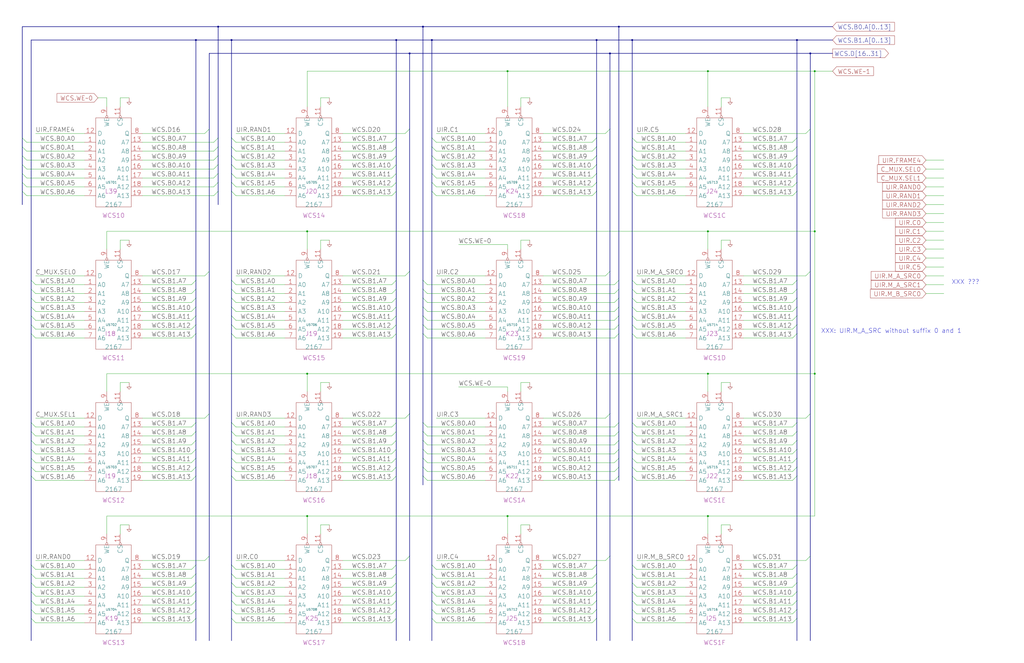
<source format=kicad_sch>
(kicad_sch (version 20221004) (generator eeschema)
  (paper "User" 584.2 378.46)
  (title_block (title "WRITABLE CONTROL STORE\\nWCS BITS 16 to 31") (date "22-MAR-90") (rev "1.0") (comment 1 "VALUE") (comment 2 "232-003063") (comment 3 "S400") (comment 4 "RELEASED"))
  (junction (at 347.98 30.48))
  (junction (at 403.86 132.08))
  (junction (at 340.36 22.86))
  (junction (at 289.56 294.64))
  (junction (at 289.56 40.64))
  (junction (at 246.38 22.86))
  (junction (at 132.08 22.86))
  (junction (at 464.82 132.08))
  (junction (at 241.3 15.24))
  (junction (at 226.06 22.86))
  (junction (at 454.66 22.86))
  (junction (at 175.26 294.64))
  (junction (at 175.26 213.36))
  (junction (at 360.68 22.86))
  (junction (at 124.46 15.24))
  (junction (at 464.82 213.36))
  (junction (at 403.86 40.64))
  (junction (at 233.68 30.48))
  (junction (at 353.06 15.24))
  (junction (at 175.26 132.08))
  (junction (at 403.86 294.64))
  (junction (at 462.28 30.48))
  (junction (at 111.76 22.86))
  (junction (at 403.86 213.36))
  (junction (at 464.82 40.64))
  (bus_entry (at 226.06 332.74) (size -2.54 2.54))
  (bus_entry (at 246.38 104.14) (size 2.54 2.54))
  (bus_entry (at 132.08 241.3) (size 2.54 2.54))
  (bus_entry (at 360.68 83.82) (size 2.54 2.54))
  (bus_entry (at 12.7 109.22) (size 2.54 2.54))
  (bus_entry (at 17.78 271.78) (size 2.54 2.54))
  (bus_entry (at 246.38 109.22) (size 2.54 2.54))
  (bus_entry (at 132.08 78.74) (size 2.54 2.54))
  (bus_entry (at 340.36 347.98) (size -2.54 2.54))
  (bus_entry (at 340.36 88.9) (size -2.54 2.54))
  (bus_entry (at 454.66 88.9) (size -2.54 2.54))
  (bus_entry (at 17.78 342.9) (size 2.54 2.54))
  (bus_entry (at 360.68 251.46) (size 2.54 2.54))
  (bus_entry (at 454.66 337.82) (size -2.54 2.54))
  (bus_entry (at 241.3 160.02) (size 2.54 2.54))
  (bus_entry (at 246.38 337.82) (size 2.54 2.54))
  (bus_entry (at 347.98 236.22) (size -2.54 2.54))
  (bus_entry (at 454.66 332.74) (size -2.54 2.54))
  (bus_entry (at 340.36 353.06) (size -2.54 2.54))
  (bus_entry (at 454.66 185.42) (size -2.54 2.54))
  (bus_entry (at 360.68 337.82) (size 2.54 2.54))
  (bus_entry (at 17.78 170.18) (size 2.54 2.54))
  (bus_entry (at 226.06 190.5) (size -2.54 2.54))
  (bus_entry (at 132.08 266.7) (size 2.54 2.54))
  (bus_entry (at 119.38 154.94) (size -2.54 2.54))
  (bus_entry (at 241.3 251.46) (size 2.54 2.54))
  (bus_entry (at 12.7 93.98) (size 2.54 2.54))
  (bus_entry (at 226.06 271.78) (size -2.54 2.54))
  (bus_entry (at 241.3 241.3) (size 2.54 2.54))
  (bus_entry (at 124.46 104.14) (size -2.54 2.54))
  (bus_entry (at 360.68 327.66) (size 2.54 2.54))
  (bus_entry (at 132.08 165.1) (size 2.54 2.54))
  (bus_entry (at 360.68 332.74) (size 2.54 2.54))
  (bus_entry (at 111.76 175.26) (size -2.54 2.54))
  (bus_entry (at 17.78 190.5) (size 2.54 2.54))
  (bus_entry (at 226.06 246.38) (size -2.54 2.54))
  (bus_entry (at 226.06 93.98) (size -2.54 2.54))
  (bus_entry (at 246.38 332.74) (size 2.54 2.54))
  (bus_entry (at 360.68 353.06) (size 2.54 2.54))
  (bus_entry (at 360.68 88.9) (size 2.54 2.54))
  (bus_entry (at 360.68 175.26) (size 2.54 2.54))
  (bus_entry (at 111.76 327.66) (size -2.54 2.54))
  (bus_entry (at 340.36 332.74) (size -2.54 2.54))
  (bus_entry (at 353.06 261.62) (size -2.54 2.54))
  (bus_entry (at 17.78 322.58) (size 2.54 2.54))
  (bus_entry (at 360.68 78.74) (size 2.54 2.54))
  (bus_entry (at 360.68 342.9) (size 2.54 2.54))
  (bus_entry (at 111.76 322.58) (size -2.54 2.54))
  (bus_entry (at 17.78 337.82) (size 2.54 2.54))
  (bus_entry (at 132.08 246.38) (size 2.54 2.54))
  (bus_entry (at 226.06 175.26) (size -2.54 2.54))
  (bus_entry (at 340.36 104.14) (size -2.54 2.54))
  (bus_entry (at 119.38 73.66) (size -2.54 2.54))
  (bus_entry (at 132.08 261.62) (size 2.54 2.54))
  (bus_entry (at 111.76 165.1) (size -2.54 2.54))
  (bus_entry (at 360.68 99.06) (size 2.54 2.54))
  (bus_entry (at 340.36 93.98) (size -2.54 2.54))
  (bus_entry (at 111.76 246.38) (size -2.54 2.54))
  (bus_entry (at 226.06 256.54) (size -2.54 2.54))
  (bus_entry (at 454.66 256.54) (size -2.54 2.54))
  (bus_entry (at 132.08 88.9) (size 2.54 2.54))
  (bus_entry (at 340.36 109.22) (size -2.54 2.54))
  (bus_entry (at 226.06 99.06) (size -2.54 2.54))
  (bus_entry (at 111.76 241.3) (size -2.54 2.54))
  (bus_entry (at 132.08 353.06) (size 2.54 2.54))
  (bus_entry (at 360.68 160.02) (size 2.54 2.54))
  (bus_entry (at 226.06 88.9) (size -2.54 2.54))
  (bus_entry (at 226.06 109.22) (size -2.54 2.54))
  (bus_entry (at 454.66 271.78) (size -2.54 2.54))
  (bus_entry (at 353.06 246.38) (size -2.54 2.54))
  (bus_entry (at 454.66 347.98) (size -2.54 2.54))
  (bus_entry (at 132.08 83.82) (size 2.54 2.54))
  (bus_entry (at 226.06 322.58) (size -2.54 2.54))
  (bus_entry (at 111.76 170.18) (size -2.54 2.54))
  (bus_entry (at 226.06 337.82) (size -2.54 2.54))
  (bus_entry (at 454.66 327.66) (size -2.54 2.54))
  (bus_entry (at 111.76 190.5) (size -2.54 2.54))
  (bus_entry (at 132.08 251.46) (size 2.54 2.54))
  (bus_entry (at 246.38 78.74) (size 2.54 2.54))
  (bus_entry (at 454.66 322.58) (size -2.54 2.54))
  (bus_entry (at 454.66 175.26) (size -2.54 2.54))
  (bus_entry (at 111.76 261.62) (size -2.54 2.54))
  (bus_entry (at 226.06 251.46) (size -2.54 2.54))
  (bus_entry (at 347.98 73.66) (size -2.54 2.54))
  (bus_entry (at 124.46 99.06) (size -2.54 2.54))
  (bus_entry (at 17.78 165.1) (size 2.54 2.54))
  (bus_entry (at 353.06 160.02) (size -2.54 2.54))
  (bus_entry (at 226.06 78.74) (size -2.54 2.54))
  (bus_entry (at 246.38 83.82) (size 2.54 2.54))
  (bus_entry (at 360.68 266.7) (size 2.54 2.54))
  (bus_entry (at 17.78 353.06) (size 2.54 2.54))
  (bus_entry (at 119.38 236.22) (size -2.54 2.54))
  (bus_entry (at 340.36 99.06) (size -2.54 2.54))
  (bus_entry (at 17.78 180.34) (size 2.54 2.54))
  (bus_entry (at 462.28 236.22) (size -2.54 2.54))
  (bus_entry (at 119.38 317.5) (size -2.54 2.54))
  (bus_entry (at 246.38 99.06) (size 2.54 2.54))
  (bus_entry (at 246.38 88.9) (size 2.54 2.54))
  (bus_entry (at 454.66 165.1) (size -2.54 2.54))
  (bus_entry (at 226.06 83.82) (size -2.54 2.54))
  (bus_entry (at 111.76 353.06) (size -2.54 2.54))
  (bus_entry (at 226.06 353.06) (size -2.54 2.54))
  (bus_entry (at 226.06 327.66) (size -2.54 2.54))
  (bus_entry (at 111.76 266.7) (size -2.54 2.54))
  (bus_entry (at 111.76 256.54) (size -2.54 2.54))
  (bus_entry (at 360.68 246.38) (size 2.54 2.54))
  (bus_entry (at 132.08 175.26) (size 2.54 2.54))
  (bus_entry (at 226.06 180.34) (size -2.54 2.54))
  (bus_entry (at 347.98 317.5) (size -2.54 2.54))
  (bus_entry (at 360.68 241.3) (size 2.54 2.54))
  (bus_entry (at 17.78 246.38) (size 2.54 2.54))
  (bus_entry (at 17.78 175.26) (size 2.54 2.54))
  (bus_entry (at 132.08 337.82) (size 2.54 2.54))
  (bus_entry (at 17.78 256.54) (size 2.54 2.54))
  (bus_entry (at 347.98 154.94) (size -2.54 2.54))
  (bus_entry (at 111.76 347.98) (size -2.54 2.54))
  (bus_entry (at 111.76 332.74) (size -2.54 2.54))
  (bus_entry (at 353.06 271.78) (size -2.54 2.54))
  (bus_entry (at 124.46 88.9) (size -2.54 2.54))
  (bus_entry (at 17.78 241.3) (size 2.54 2.54))
  (bus_entry (at 233.68 236.22) (size -2.54 2.54))
  (bus_entry (at 226.06 342.9) (size -2.54 2.54))
  (bus_entry (at 353.06 170.18) (size -2.54 2.54))
  (bus_entry (at 353.06 190.5) (size -2.54 2.54))
  (bus_entry (at 241.3 165.1) (size 2.54 2.54))
  (bus_entry (at 353.06 241.3) (size -2.54 2.54))
  (bus_entry (at 132.08 160.02) (size 2.54 2.54))
  (bus_entry (at 17.78 327.66) (size 2.54 2.54))
  (bus_entry (at 111.76 337.82) (size -2.54 2.54))
  (bus_entry (at 360.68 104.14) (size 2.54 2.54))
  (bus_entry (at 454.66 160.02) (size -2.54 2.54))
  (bus_entry (at 226.06 347.98) (size -2.54 2.54))
  (bus_entry (at 12.7 104.14) (size 2.54 2.54))
  (bus_entry (at 454.66 109.22) (size -2.54 2.54))
  (bus_entry (at 17.78 251.46) (size 2.54 2.54))
  (bus_entry (at 226.06 170.18) (size -2.54 2.54))
  (bus_entry (at 226.06 160.02) (size -2.54 2.54))
  (bus_entry (at 111.76 342.9) (size -2.54 2.54))
  (bus_entry (at 454.66 104.14) (size -2.54 2.54))
  (bus_entry (at 132.08 342.9) (size 2.54 2.54))
  (bus_entry (at 132.08 190.5) (size 2.54 2.54))
  (bus_entry (at 360.68 170.18) (size 2.54 2.54))
  (bus_entry (at 226.06 241.3) (size -2.54 2.54))
  (bus_entry (at 241.3 256.54) (size 2.54 2.54))
  (bus_entry (at 454.66 93.98) (size -2.54 2.54))
  (bus_entry (at 353.06 165.1) (size -2.54 2.54))
  (bus_entry (at 454.66 342.9) (size -2.54 2.54))
  (bus_entry (at 111.76 251.46) (size -2.54 2.54))
  (bus_entry (at 12.7 88.9) (size 2.54 2.54))
  (bus_entry (at 124.46 93.98) (size -2.54 2.54))
  (bus_entry (at 340.36 337.82) (size -2.54 2.54))
  (bus_entry (at 124.46 83.82) (size -2.54 2.54))
  (bus_entry (at 360.68 322.58) (size 2.54 2.54))
  (bus_entry (at 226.06 165.1) (size -2.54 2.54))
  (bus_entry (at 340.36 342.9) (size -2.54 2.54))
  (bus_entry (at 111.76 185.42) (size -2.54 2.54))
  (bus_entry (at 241.3 190.5) (size 2.54 2.54))
  (bus_entry (at 132.08 109.22) (size 2.54 2.54))
  (bus_entry (at 241.3 175.26) (size 2.54 2.54))
  (bus_entry (at 353.06 185.42) (size -2.54 2.54))
  (bus_entry (at 241.3 246.38) (size 2.54 2.54))
  (bus_entry (at 246.38 353.06) (size 2.54 2.54))
  (bus_entry (at 17.78 261.62) (size 2.54 2.54))
  (bus_entry (at 246.38 327.66) (size 2.54 2.54))
  (bus_entry (at 233.68 154.94) (size -2.54 2.54))
  (bus_entry (at 360.68 93.98) (size 2.54 2.54))
  (bus_entry (at 454.66 246.38) (size -2.54 2.54))
  (bus_entry (at 124.46 109.22) (size -2.54 2.54))
  (bus_entry (at 360.68 180.34) (size 2.54 2.54))
  (bus_entry (at 132.08 170.18) (size 2.54 2.54))
  (bus_entry (at 454.66 241.3) (size -2.54 2.54))
  (bus_entry (at 353.06 251.46) (size -2.54 2.54))
  (bus_entry (at 454.66 170.18) (size -2.54 2.54))
  (bus_entry (at 12.7 99.06) (size 2.54 2.54))
  (bus_entry (at 454.66 180.34) (size -2.54 2.54))
  (bus_entry (at 132.08 327.66) (size 2.54 2.54))
  (bus_entry (at 454.66 251.46) (size -2.54 2.54))
  (bus_entry (at 454.66 99.06) (size -2.54 2.54))
  (bus_entry (at 246.38 322.58) (size 2.54 2.54))
  (bus_entry (at 340.36 78.74) (size -2.54 2.54))
  (bus_entry (at 17.78 185.42) (size 2.54 2.54))
  (bus_entry (at 353.06 256.54) (size -2.54 2.54))
  (bus_entry (at 132.08 322.58) (size 2.54 2.54))
  (bus_entry (at 132.08 256.54) (size 2.54 2.54))
  (bus_entry (at 226.06 266.7) (size -2.54 2.54))
  (bus_entry (at 124.46 78.74) (size -2.54 2.54))
  (bus_entry (at 226.06 185.42) (size -2.54 2.54))
  (bus_entry (at 241.3 180.34) (size 2.54 2.54))
  (bus_entry (at 246.38 347.98) (size 2.54 2.54))
  (bus_entry (at 353.06 175.26) (size -2.54 2.54))
  (bus_entry (at 353.06 266.7) (size -2.54 2.54))
  (bus_entry (at 132.08 99.06) (size 2.54 2.54))
  (bus_entry (at 462.28 73.66) (size -2.54 2.54))
  (bus_entry (at 111.76 180.34) (size -2.54 2.54))
  (bus_entry (at 360.68 185.42) (size 2.54 2.54))
  (bus_entry (at 353.06 180.34) (size -2.54 2.54))
  (bus_entry (at 246.38 342.9) (size 2.54 2.54))
  (bus_entry (at 360.68 271.78) (size 2.54 2.54))
  (bus_entry (at 111.76 160.02) (size -2.54 2.54))
  (bus_entry (at 132.08 104.14) (size 2.54 2.54))
  (bus_entry (at 454.66 266.7) (size -2.54 2.54))
  (bus_entry (at 360.68 261.62) (size 2.54 2.54))
  (bus_entry (at 12.7 78.74) (size 2.54 2.54))
  (bus_entry (at 132.08 180.34) (size 2.54 2.54))
  (bus_entry (at 132.08 347.98) (size 2.54 2.54))
  (bus_entry (at 360.68 347.98) (size 2.54 2.54))
  (bus_entry (at 17.78 160.02) (size 2.54 2.54))
  (bus_entry (at 454.66 353.06) (size -2.54 2.54))
  (bus_entry (at 132.08 332.74) (size 2.54 2.54))
  (bus_entry (at 241.3 261.62) (size 2.54 2.54))
  (bus_entry (at 233.68 317.5) (size -2.54 2.54))
  (bus_entry (at 454.66 83.82) (size -2.54 2.54))
  (bus_entry (at 233.68 73.66) (size -2.54 2.54))
  (bus_entry (at 132.08 93.98) (size 2.54 2.54))
  (bus_entry (at 241.3 266.7) (size 2.54 2.54))
  (bus_entry (at 340.36 83.82) (size -2.54 2.54))
  (bus_entry (at 462.28 317.5) (size -2.54 2.54))
  (bus_entry (at 360.68 256.54) (size 2.54 2.54))
  (bus_entry (at 360.68 165.1) (size 2.54 2.54))
  (bus_entry (at 340.36 322.58) (size -2.54 2.54))
  (bus_entry (at 17.78 332.74) (size 2.54 2.54))
  (bus_entry (at 454.66 261.62) (size -2.54 2.54))
  (bus_entry (at 340.36 327.66) (size -2.54 2.54))
  (bus_entry (at 241.3 271.78) (size 2.54 2.54))
  (bus_entry (at 226.06 104.14) (size -2.54 2.54))
  (bus_entry (at 226.06 261.62) (size -2.54 2.54))
  (bus_entry (at 111.76 271.78) (size -2.54 2.54))
  (bus_entry (at 132.08 271.78) (size 2.54 2.54))
  (bus_entry (at 360.68 190.5) (size 2.54 2.54))
  (bus_entry (at 132.08 185.42) (size 2.54 2.54))
  (bus_entry (at 246.38 93.98) (size 2.54 2.54))
  (bus_entry (at 17.78 347.98) (size 2.54 2.54))
  (bus_entry (at 17.78 266.7) (size 2.54 2.54))
  (bus_entry (at 241.3 185.42) (size 2.54 2.54))
  (bus_entry (at 360.68 109.22) (size 2.54 2.54))
  (bus_entry (at 462.28 154.94) (size -2.54 2.54))
  (bus_entry (at 454.66 78.74) (size -2.54 2.54))
  (bus_entry (at 454.66 190.5) (size -2.54 2.54))
  (bus_entry (at 241.3 170.18) (size 2.54 2.54))
  (bus_entry (at 12.7 83.82) (size 2.54 2.54))
  (wire (pts (xy 195.58 269.24) (xy 223.52 269.24)))
  (wire (pts (xy 424.18 335.28) (xy 452.12 335.28)))
  (bus (pts (xy 353.06 261.62) (xy 353.06 266.7)))
  (bus (pts (xy 360.68 160.02) (xy 360.68 165.1)))
  (wire (pts (xy 424.18 111.76) (xy 452.12 111.76)))
  (wire (pts (xy 363.22 157.48) (xy 391.16 157.48)))
  (bus (pts (xy 12.7 78.74) (xy 12.7 83.82)))
  (wire (pts (xy 195.58 187.96) (xy 223.52 187.96)))
  (bus (pts (xy 246.38 342.9) (xy 246.38 347.98)))
  (wire (pts (xy 302.26 218.44) (xy 297.18 218.44)))
  (wire (pts (xy 81.28 269.24) (xy 109.22 269.24)))
  (bus (pts (xy 241.3 15.24) (xy 124.46 15.24)))
  (wire (pts (xy 309.88 106.68) (xy 337.82 106.68)))
  (wire (pts (xy 464.82 40.64) (xy 474.98 40.64)))
  (wire (pts (xy 424.18 177.8) (xy 452.12 177.8)))
  (wire (pts (xy 81.28 238.76) (xy 116.84 238.76)))
  (wire (pts (xy 363.22 91.44) (xy 391.16 91.44)))
  (bus (pts (xy 226.06 332.74) (xy 226.06 337.82)))
  (bus (pts (xy 132.08 109.22) (xy 132.08 160.02)))
  (bus (pts (xy 12.7 109.22) (xy 12.7 116.84)))
  (bus (pts (xy 226.06 93.98) (xy 226.06 99.06)))
  (bus (pts (xy 111.76 353.06) (xy 111.76 365.76)))
  (wire (pts (xy 309.88 193.04) (xy 350.52 193.04)))
  (wire (pts (xy 134.62 96.52) (xy 162.56 96.52)))
  (bus (pts (xy 347.98 30.48) (xy 462.28 30.48)))
  (bus (pts (xy 340.36 83.82) (xy 340.36 88.9)))
  (bus (pts (xy 462.28 73.66) (xy 462.28 154.94)))
  (wire (pts (xy 134.62 340.36) (xy 162.56 340.36)))
  (wire (pts (xy 73.66 218.44) (xy 68.58 218.44)))
  (wire (pts (xy 20.32 269.24) (xy 48.26 269.24)))
  (bus (pts (xy 17.78 241.3) (xy 17.78 246.38)))
  (wire (pts (xy 363.22 330.2) (xy 391.16 330.2)))
  (wire (pts (xy 248.92 325.12) (xy 276.86 325.12)))
  (bus (pts (xy 124.46 88.9) (xy 124.46 93.98)))
  (bus (pts (xy 241.3 241.3) (xy 241.3 246.38)))
  (wire (pts (xy 528.32 132.08) (xy 538.48 132.08)))
  (bus (pts (xy 132.08 104.14) (xy 132.08 109.22)))
  (wire (pts (xy 81.28 157.48) (xy 116.84 157.48)))
  (wire (pts (xy 60.96 55.88) (xy 60.96 60.96)))
  (wire (pts (xy 248.92 157.48) (xy 276.86 157.48)))
  (bus (pts (xy 360.68 22.86) (xy 454.66 22.86)))
  (bus (pts (xy 226.06 22.86) (xy 226.06 78.74)))
  (wire (pts (xy 424.18 264.16) (xy 452.12 264.16)))
  (wire (pts (xy 363.22 238.76) (xy 391.16 238.76)))
  (bus (pts (xy 353.06 246.38) (xy 353.06 251.46)))
  (wire (pts (xy 20.32 254) (xy 48.26 254)))
  (wire (pts (xy 248.92 96.52) (xy 276.86 96.52)))
  (wire (pts (xy 528.32 106.68) (xy 538.48 106.68)))
  (wire (pts (xy 528.32 157.48) (xy 538.48 157.48)))
  (bus (pts (xy 347.98 154.94) (xy 347.98 236.22)))
  (bus (pts (xy 353.06 175.26) (xy 353.06 180.34)))
  (wire (pts (xy 195.58 86.36) (xy 223.52 86.36)))
  (wire (pts (xy 424.18 259.08) (xy 452.12 259.08)))
  (bus (pts (xy 226.06 170.18) (xy 226.06 175.26)))
  (bus (pts (xy 454.66 246.38) (xy 454.66 251.46)))
  (bus (pts (xy 340.36 337.82) (xy 340.36 342.9)))
  (wire (pts (xy 289.56 40.64) (xy 403.86 40.64)))
  (wire (pts (xy 81.28 172.72) (xy 109.22 172.72)))
  (bus (pts (xy 360.68 251.46) (xy 360.68 256.54)))
  (bus (pts (xy 353.06 160.02) (xy 353.06 165.1)))
  (bus (pts (xy 132.08 332.74) (xy 132.08 337.82)))
  (bus (pts (xy 226.06 266.7) (xy 226.06 271.78)))
  (bus (pts (xy 454.66 93.98) (xy 454.66 99.06)))
  (wire (pts (xy 363.22 254) (xy 391.16 254)))
  (wire (pts (xy 20.32 320.04) (xy 48.26 320.04)))
  (wire (pts (xy 363.22 177.8) (xy 391.16 177.8)))
  (wire (pts (xy 464.82 40.64) (xy 464.82 132.08)))
  (bus (pts (xy 233.68 73.66) (xy 233.68 154.94)))
  (bus (pts (xy 246.38 322.58) (xy 246.38 327.66)))
  (wire (pts (xy 309.88 96.52) (xy 337.82 96.52)))
  (wire (pts (xy 403.86 132.08) (xy 403.86 142.24)))
  (wire (pts (xy 175.26 40.64) (xy 289.56 40.64)))
  (bus (pts (xy 347.98 317.5) (xy 347.98 365.76)))
  (wire (pts (xy 297.18 218.44) (xy 297.18 223.52)))
  (wire (pts (xy 528.32 152.4) (xy 538.48 152.4)))
  (wire (pts (xy 309.88 86.36) (xy 337.82 86.36)))
  (bus (pts (xy 132.08 190.5) (xy 132.08 241.3)))
  (wire (pts (xy 289.56 40.64) (xy 289.56 60.96)))
  (wire (pts (xy 464.82 213.36) (xy 464.82 294.64)))
  (bus (pts (xy 132.08 266.7) (xy 132.08 271.78)))
  (wire (pts (xy 363.22 96.52) (xy 391.16 96.52)))
  (wire (pts (xy 411.48 299.72) (xy 411.48 304.8)))
  (wire (pts (xy 309.88 264.16) (xy 350.52 264.16)))
  (wire (pts (xy 195.58 96.52) (xy 223.52 96.52)))
  (bus (pts (xy 124.46 93.98) (xy 124.46 99.06)))
  (bus (pts (xy 462.28 30.48) (xy 474.98 30.48)))
  (bus (pts (xy 340.36 78.74) (xy 340.36 83.82)))
  (bus (pts (xy 226.06 175.26) (xy 226.06 180.34)))
  (wire (pts (xy 424.18 76.2) (xy 459.74 76.2)))
  (bus (pts (xy 360.68 266.7) (xy 360.68 271.78)))
  (wire (pts (xy 134.62 76.2) (xy 162.56 76.2)))
  (bus (pts (xy 462.28 154.94) (xy 462.28 236.22)))
  (bus (pts (xy 111.76 185.42) (xy 111.76 190.5)))
  (bus (pts (xy 111.76 271.78) (xy 111.76 322.58)))
  (wire (pts (xy 411.48 55.88) (xy 411.48 60.96)))
  (wire (pts (xy 363.22 259.08) (xy 391.16 259.08)))
  (bus (pts (xy 360.68 104.14) (xy 360.68 109.22)))
  (wire (pts (xy 424.18 320.04) (xy 459.74 320.04)))
  (bus (pts (xy 353.06 15.24) (xy 241.3 15.24)))
  (wire (pts (xy 195.58 111.76) (xy 223.52 111.76)))
  (bus (pts (xy 124.46 109.22) (xy 124.46 116.84)))
  (bus (pts (xy 454.66 327.66) (xy 454.66 332.74)))
  (bus (pts (xy 454.66 271.78) (xy 454.66 322.58)))
  (wire (pts (xy 243.84 172.72) (xy 276.86 172.72)))
  (wire (pts (xy 81.28 320.04) (xy 116.84 320.04)))
  (bus (pts (xy 226.06 251.46) (xy 226.06 256.54)))
  (bus (pts (xy 111.76 322.58) (xy 111.76 327.66)))
  (wire (pts (xy 243.84 274.32) (xy 276.86 274.32)))
  (bus (pts (xy 246.38 353.06) (xy 246.38 365.76)))
  (bus (pts (xy 132.08 246.38) (xy 132.08 251.46)))
  (wire (pts (xy 424.18 162.56) (xy 452.12 162.56)))
  (wire (pts (xy 464.82 132.08) (xy 464.82 213.36)))
  (wire (pts (xy 424.18 187.96) (xy 452.12 187.96)))
  (wire (pts (xy 20.32 177.8) (xy 48.26 177.8)))
  (bus (pts (xy 132.08 165.1) (xy 132.08 170.18)))
  (wire (pts (xy 81.28 111.76) (xy 121.92 111.76)))
  (wire (pts (xy 195.58 355.6) (xy 223.52 355.6)))
  (wire (pts (xy 195.58 320.04) (xy 231.14 320.04)))
  (bus (pts (xy 17.78 353.06) (xy 17.78 365.76)))
  (wire (pts (xy 302.26 137.16) (xy 297.18 137.16)))
  (bus (pts (xy 340.36 93.98) (xy 340.36 99.06)))
  (wire (pts (xy 424.18 243.84) (xy 452.12 243.84)))
  (wire (pts (xy 81.28 177.8) (xy 109.22 177.8)))
  (wire (pts (xy 309.88 325.12) (xy 337.82 325.12)))
  (bus (pts (xy 246.38 83.82) (xy 246.38 88.9)))
  (bus (pts (xy 111.76 251.46) (xy 111.76 256.54)))
  (bus (pts (xy 17.78 347.98) (xy 17.78 353.06)))
  (wire (pts (xy 20.32 330.2) (xy 48.26 330.2)))
  (bus (pts (xy 132.08 271.78) (xy 132.08 322.58)))
  (wire (pts (xy 81.28 187.96) (xy 109.22 187.96)))
  (bus (pts (xy 233.68 317.5) (xy 233.68 365.76)))
  (wire (pts (xy 81.28 259.08) (xy 109.22 259.08)))
  (wire (pts (xy 248.92 335.28) (xy 276.86 335.28)))
  (wire (pts (xy 182.88 55.88) (xy 182.88 60.96)))
  (wire (pts (xy 20.32 182.88) (xy 48.26 182.88)))
  (bus (pts (xy 226.06 271.78) (xy 226.06 322.58)))
  (wire (pts (xy 195.58 259.08) (xy 223.52 259.08)))
  (wire (pts (xy 134.62 350.52) (xy 162.56 350.52)))
  (wire (pts (xy 20.32 238.76) (xy 48.26 238.76)))
  (bus (pts (xy 340.36 332.74) (xy 340.36 337.82)))
  (wire (pts (xy 309.88 330.2) (xy 337.82 330.2)))
  (wire (pts (xy 81.28 91.44) (xy 121.92 91.44)))
  (bus (pts (xy 132.08 241.3) (xy 132.08 246.38)))
  (wire (pts (xy 81.28 193.04) (xy 109.22 193.04)))
  (wire (pts (xy 15.24 96.52) (xy 48.26 96.52)))
  (bus (pts (xy 340.36 109.22) (xy 340.36 322.58)))
  (bus (pts (xy 353.06 271.78) (xy 353.06 274.32)))
  (wire (pts (xy 248.92 340.36) (xy 276.86 340.36)))
  (bus (pts (xy 226.06 322.58) (xy 226.06 327.66)))
  (bus (pts (xy 241.3 266.7) (xy 241.3 271.78)))
  (bus (pts (xy 226.06 246.38) (xy 226.06 251.46)))
  (wire (pts (xy 248.92 238.76) (xy 276.86 238.76)))
  (wire (pts (xy 81.28 330.2) (xy 109.22 330.2)))
  (wire (pts (xy 297.18 137.16) (xy 297.18 142.24)))
  (wire (pts (xy 81.28 325.12) (xy 109.22 325.12)))
  (bus (pts (xy 17.78 246.38) (xy 17.78 251.46)))
  (bus (pts (xy 360.68 88.9) (xy 360.68 93.98)))
  (wire (pts (xy 363.22 355.6) (xy 391.16 355.6)))
  (wire (pts (xy 261.62 139.7) (xy 289.56 139.7)))
  (bus (pts (xy 226.06 165.1) (xy 226.06 170.18)))
  (bus (pts (xy 111.76 180.34) (xy 111.76 185.42)))
  (wire (pts (xy 81.28 248.92) (xy 109.22 248.92)))
  (bus (pts (xy 111.76 266.7) (xy 111.76 271.78)))
  (bus (pts (xy 454.66 261.62) (xy 454.66 266.7)))
  (wire (pts (xy 309.88 101.6) (xy 337.82 101.6)))
  (wire (pts (xy 528.32 162.56) (xy 538.48 162.56)))
  (wire (pts (xy 248.92 320.04) (xy 276.86 320.04)))
  (bus (pts (xy 12.7 15.24) (xy 124.46 15.24)))
  (bus (pts (xy 132.08 322.58) (xy 132.08 327.66)))
  (bus (pts (xy 353.06 15.24) (xy 353.06 160.02)))
  (bus (pts (xy 111.76 22.86) (xy 132.08 22.86)))
  (bus (pts (xy 226.06 342.9) (xy 226.06 347.98)))
  (bus (pts (xy 124.46 104.14) (xy 124.46 109.22)))
  (wire (pts (xy 411.48 137.16) (xy 411.48 142.24)))
  (bus (pts (xy 233.68 154.94) (xy 233.68 236.22)))
  (bus (pts (xy 111.76 261.62) (xy 111.76 266.7)))
  (wire (pts (xy 309.88 76.2) (xy 345.44 76.2)))
  (wire (pts (xy 195.58 76.2) (xy 231.14 76.2)))
  (wire (pts (xy 363.22 345.44) (xy 391.16 345.44)))
  (wire (pts (xy 134.62 157.48) (xy 162.56 157.48)))
  (bus (pts (xy 340.36 353.06) (xy 340.36 365.76)))
  (wire (pts (xy 134.62 243.84) (xy 162.56 243.84)))
  (bus (pts (xy 119.38 30.48) (xy 233.68 30.48)))
  (bus (pts (xy 111.76 256.54) (xy 111.76 261.62)))
  (bus (pts (xy 454.66 241.3) (xy 454.66 246.38)))
  (wire (pts (xy 60.96 213.36) (xy 60.96 223.52)))
  (wire (pts (xy 309.88 177.8) (xy 350.52 177.8)))
  (wire (pts (xy 81.28 76.2) (xy 116.84 76.2)))
  (wire (pts (xy 134.62 320.04) (xy 162.56 320.04)))
  (wire (pts (xy 424.18 157.48) (xy 459.74 157.48)))
  (wire (pts (xy 134.62 81.28) (xy 162.56 81.28)))
  (wire (pts (xy 309.88 355.6) (xy 337.82 355.6)))
  (wire (pts (xy 243.84 177.8) (xy 276.86 177.8)))
  (wire (pts (xy 309.88 259.08) (xy 350.52 259.08)))
  (wire (pts (xy 195.58 238.76) (xy 231.14 238.76)))
  (wire (pts (xy 195.58 330.2) (xy 223.52 330.2)))
  (wire (pts (xy 289.56 294.64) (xy 175.26 294.64)))
  (bus (pts (xy 226.06 88.9) (xy 226.06 93.98)))
  (wire (pts (xy 20.32 345.44) (xy 48.26 345.44)))
  (wire (pts (xy 363.22 81.28) (xy 391.16 81.28)))
  (wire (pts (xy 363.22 106.68) (xy 391.16 106.68)))
  (wire (pts (xy 309.88 172.72) (xy 350.52 172.72)))
  (wire (pts (xy 20.32 355.6) (xy 48.26 355.6)))
  (bus (pts (xy 454.66 337.82) (xy 454.66 342.9)))
  (wire (pts (xy 528.32 127) (xy 538.48 127)))
  (wire (pts (xy 134.62 269.24) (xy 162.56 269.24)))
  (wire (pts (xy 20.32 76.2) (xy 48.26 76.2)))
  (wire (pts (xy 528.32 137.16) (xy 538.48 137.16)))
  (wire (pts (xy 195.58 162.56) (xy 223.52 162.56)))
  (bus (pts (xy 340.36 104.14) (xy 340.36 109.22)))
  (bus (pts (xy 226.06 180.34) (xy 226.06 185.42)))
  (wire (pts (xy 195.58 167.64) (xy 223.52 167.64)))
  (wire (pts (xy 363.22 335.28) (xy 391.16 335.28)))
  (wire (pts (xy 81.28 340.36) (xy 109.22 340.36)))
  (bus (pts (xy 241.3 180.34) (xy 241.3 185.42)))
  (wire (pts (xy 20.32 350.52) (xy 48.26 350.52)))
  (wire (pts (xy 20.32 325.12) (xy 48.26 325.12)))
  (bus (pts (xy 360.68 99.06) (xy 360.68 104.14)))
  (wire (pts (xy 403.86 294.64) (xy 403.86 304.8)))
  (wire (pts (xy 528.32 111.76) (xy 538.48 111.76)))
  (wire (pts (xy 195.58 248.92) (xy 223.52 248.92)))
  (wire (pts (xy 243.84 162.56) (xy 276.86 162.56)))
  (bus (pts (xy 132.08 175.26) (xy 132.08 180.34)))
  (wire (pts (xy 134.62 162.56) (xy 162.56 162.56)))
  (bus (pts (xy 111.76 342.9) (xy 111.76 347.98)))
  (bus (pts (xy 454.66 22.86) (xy 474.98 22.86)))
  (bus (pts (xy 132.08 261.62) (xy 132.08 266.7)))
  (bus (pts (xy 17.78 271.78) (xy 17.78 322.58)))
  (bus (pts (xy 17.78 175.26) (xy 17.78 180.34)))
  (bus (pts (xy 226.06 327.66) (xy 226.06 332.74)))
  (bus (pts (xy 353.06 180.34) (xy 353.06 185.42)))
  (bus (pts (xy 111.76 190.5) (xy 111.76 241.3)))
  (bus (pts (xy 12.7 83.82) (xy 12.7 88.9)))
  (bus (pts (xy 360.68 175.26) (xy 360.68 180.34)))
  (wire (pts (xy 261.62 220.98) (xy 289.56 220.98)))
  (wire (pts (xy 20.32 259.08) (xy 48.26 259.08)))
  (wire (pts (xy 309.88 350.52) (xy 337.82 350.52)))
  (bus (pts (xy 17.78 332.74) (xy 17.78 337.82)))
  (bus (pts (xy 119.38 73.66) (xy 119.38 154.94)))
  (bus (pts (xy 454.66 322.58) (xy 454.66 327.66)))
  (bus (pts (xy 111.76 327.66) (xy 111.76 332.74)))
  (wire (pts (xy 81.28 81.28) (xy 121.92 81.28)))
  (bus (pts (xy 226.06 22.86) (xy 246.38 22.86)))
  (bus (pts (xy 226.06 160.02) (xy 226.06 165.1)))
  (bus (pts (xy 340.36 322.58) (xy 340.36 327.66)))
  (bus (pts (xy 360.68 322.58) (xy 360.68 327.66)))
  (bus (pts (xy 132.08 88.9) (xy 132.08 93.98)))
  (bus (pts (xy 17.78 342.9) (xy 17.78 347.98)))
  (bus (pts (xy 454.66 180.34) (xy 454.66 185.42)))
  (wire (pts (xy 20.32 167.64) (xy 48.26 167.64)))
  (bus (pts (xy 246.38 332.74) (xy 246.38 337.82)))
  (wire (pts (xy 73.66 55.88) (xy 68.58 55.88)))
  (wire (pts (xy 175.26 294.64) (xy 60.96 294.64)))
  (wire (pts (xy 81.28 106.68) (xy 121.92 106.68)))
  (bus (pts (xy 360.68 180.34) (xy 360.68 185.42)))
  (wire (pts (xy 248.92 111.76) (xy 276.86 111.76)))
  (wire (pts (xy 528.32 101.6) (xy 538.48 101.6)))
  (bus (pts (xy 360.68 353.06) (xy 360.68 365.76)))
  (wire (pts (xy 60.96 132.08) (xy 175.26 132.08)))
  (bus (pts (xy 233.68 30.48) (xy 347.98 30.48)))
  (wire (pts (xy 363.22 167.64) (xy 391.16 167.64)))
  (wire (pts (xy 195.58 177.8) (xy 223.52 177.8)))
  (wire (pts (xy 195.58 157.48) (xy 231.14 157.48)))
  (wire (pts (xy 20.32 157.48) (xy 48.26 157.48)))
  (wire (pts (xy 60.96 294.64) (xy 60.96 304.8)))
  (wire (pts (xy 73.66 299.72) (xy 68.58 299.72)))
  (bus (pts (xy 454.66 88.9) (xy 454.66 93.98)))
  (wire (pts (xy 15.24 106.68) (xy 48.26 106.68)))
  (wire (pts (xy 363.22 350.52) (xy 391.16 350.52)))
  (bus (pts (xy 226.06 261.62) (xy 226.06 266.7)))
  (wire (pts (xy 134.62 172.72) (xy 162.56 172.72)))
  (wire (pts (xy 302.26 299.72) (xy 297.18 299.72)))
  (bus (pts (xy 454.66 83.82) (xy 454.66 88.9)))
  (wire (pts (xy 363.22 76.2) (xy 391.16 76.2)))
  (wire (pts (xy 134.62 248.92) (xy 162.56 248.92)))
  (wire (pts (xy 424.18 101.6) (xy 452.12 101.6)))
  (bus (pts (xy 246.38 347.98) (xy 246.38 353.06)))
  (bus (pts (xy 226.06 347.98) (xy 226.06 353.06)))
  (wire (pts (xy 363.22 248.92) (xy 391.16 248.92)))
  (bus (pts (xy 119.38 30.48) (xy 119.38 73.66)))
  (wire (pts (xy 187.96 218.44) (xy 182.88 218.44)))
  (wire (pts (xy 73.66 137.16) (xy 68.58 137.16)))
  (bus (pts (xy 246.38 99.06) (xy 246.38 104.14)))
  (bus (pts (xy 119.38 317.5) (xy 119.38 365.76)))
  (wire (pts (xy 363.22 193.04) (xy 391.16 193.04)))
  (wire (pts (xy 363.22 187.96) (xy 391.16 187.96)))
  (wire (pts (xy 416.56 55.88) (xy 411.48 55.88)))
  (wire (pts (xy 528.32 121.92) (xy 538.48 121.92)))
  (bus (pts (xy 360.68 93.98) (xy 360.68 99.06)))
  (bus (pts (xy 347.98 236.22) (xy 347.98 317.5)))
  (bus (pts (xy 353.06 185.42) (xy 353.06 190.5)))
  (wire (pts (xy 195.58 254) (xy 223.52 254)))
  (bus (pts (xy 226.06 99.06) (xy 226.06 104.14)))
  (bus (pts (xy 462.28 317.5) (xy 462.28 365.76)))
  (wire (pts (xy 363.22 274.32) (xy 391.16 274.32)))
  (wire (pts (xy 464.82 294.64) (xy 403.86 294.64)))
  (wire (pts (xy 175.26 132.08) (xy 175.26 142.24)))
  (wire (pts (xy 195.58 106.68) (xy 223.52 106.68)))
  (bus (pts (xy 226.06 78.74) (xy 226.06 83.82)))
  (wire (pts (xy 68.58 218.44) (xy 68.58 223.52)))
  (wire (pts (xy 243.84 269.24) (xy 276.86 269.24)))
  (bus (pts (xy 132.08 353.06) (xy 132.08 365.76)))
  (wire (pts (xy 309.88 162.56) (xy 350.52 162.56)))
  (wire (pts (xy 134.62 345.44) (xy 162.56 345.44)))
  (bus (pts (xy 454.66 251.46) (xy 454.66 256.54)))
  (wire (pts (xy 297.18 55.88) (xy 297.18 60.96)))
  (bus (pts (xy 132.08 99.06) (xy 132.08 104.14)))
  (wire (pts (xy 424.18 248.92) (xy 452.12 248.92)))
  (wire (pts (xy 309.88 320.04) (xy 345.44 320.04)))
  (wire (pts (xy 81.28 274.32) (xy 109.22 274.32)))
  (bus (pts (xy 241.3 175.26) (xy 241.3 180.34)))
  (wire (pts (xy 363.22 101.6) (xy 391.16 101.6)))
  (bus (pts (xy 241.3 246.38) (xy 241.3 251.46)))
  (wire (pts (xy 248.92 345.44) (xy 276.86 345.44)))
  (wire (pts (xy 182.88 218.44) (xy 182.88 223.52)))
  (wire (pts (xy 243.84 259.08) (xy 276.86 259.08)))
  (bus (pts (xy 17.78 180.34) (xy 17.78 185.42)))
  (bus (pts (xy 132.08 256.54) (xy 132.08 261.62)))
  (bus (pts (xy 226.06 241.3) (xy 226.06 246.38)))
  (bus (pts (xy 17.78 266.7) (xy 17.78 271.78)))
  (wire (pts (xy 81.28 86.36) (xy 121.92 86.36)))
  (wire (pts (xy 297.18 299.72) (xy 297.18 304.8)))
  (wire (pts (xy 195.58 325.12) (xy 223.52 325.12)))
  (bus (pts (xy 124.46 15.24) (xy 124.46 78.74)))
  (wire (pts (xy 195.58 264.16) (xy 223.52 264.16)))
  (wire (pts (xy 134.62 274.32) (xy 162.56 274.32)))
  (bus (pts (xy 226.06 190.5) (xy 226.06 241.3)))
  (bus (pts (xy 360.68 170.18) (xy 360.68 175.26)))
  (wire (pts (xy 424.18 269.24) (xy 452.12 269.24)))
  (wire (pts (xy 195.58 81.28) (xy 223.52 81.28)))
  (bus (pts (xy 246.38 104.14) (xy 246.38 109.22)))
  (wire (pts (xy 243.84 254) (xy 276.86 254)))
  (bus (pts (xy 454.66 266.7) (xy 454.66 271.78)))
  (wire (pts (xy 20.32 264.16) (xy 48.26 264.16)))
  (wire (pts (xy 416.56 299.72) (xy 411.48 299.72)))
  (wire (pts (xy 195.58 91.44) (xy 223.52 91.44)))
  (bus (pts (xy 132.08 337.82) (xy 132.08 342.9)))
  (wire (pts (xy 363.22 111.76) (xy 391.16 111.76)))
  (wire (pts (xy 309.88 187.96) (xy 350.52 187.96)))
  (wire (pts (xy 81.28 182.88) (xy 109.22 182.88)))
  (wire (pts (xy 424.18 106.68) (xy 452.12 106.68)))
  (wire (pts (xy 81.28 96.52) (xy 121.92 96.52)))
  (wire (pts (xy 195.58 335.28) (xy 223.52 335.28)))
  (wire (pts (xy 243.84 264.16) (xy 276.86 264.16)))
  (wire (pts (xy 20.32 162.56) (xy 48.26 162.56)))
  (wire (pts (xy 309.88 243.84) (xy 350.52 243.84)))
  (wire (pts (xy 528.32 91.44) (xy 538.48 91.44)))
  (wire (pts (xy 309.88 254) (xy 350.52 254)))
  (bus (pts (xy 226.06 109.22) (xy 226.06 160.02)))
  (bus (pts (xy 132.08 22.86) (xy 132.08 78.74)))
  (wire (pts (xy 60.96 213.36) (xy 175.26 213.36)))
  (wire (pts (xy 424.18 167.64) (xy 452.12 167.64)))
  (bus (pts (xy 226.06 104.14) (xy 226.06 109.22)))
  (bus (pts (xy 340.36 342.9) (xy 340.36 347.98)))
  (bus (pts (xy 347.98 30.48) (xy 347.98 73.66)))
  (wire (pts (xy 195.58 101.6) (xy 223.52 101.6)))
  (wire (pts (xy 424.18 325.12) (xy 452.12 325.12)))
  (bus (pts (xy 17.78 185.42) (xy 17.78 190.5)))
  (wire (pts (xy 424.18 86.36) (xy 452.12 86.36)))
  (wire (pts (xy 309.88 248.92) (xy 350.52 248.92)))
  (bus (pts (xy 360.68 327.66) (xy 360.68 332.74)))
  (wire (pts (xy 528.32 116.84) (xy 538.48 116.84)))
  (bus (pts (xy 360.68 332.74) (xy 360.68 337.82)))
  (wire (pts (xy 55.88 55.88) (xy 60.96 55.88)))
  (wire (pts (xy 248.92 86.36) (xy 276.86 86.36)))
  (bus (pts (xy 241.3 170.18) (xy 241.3 175.26)))
  (wire (pts (xy 416.56 218.44) (xy 411.48 218.44)))
  (bus (pts (xy 111.76 160.02) (xy 111.76 165.1)))
  (wire (pts (xy 248.92 106.68) (xy 276.86 106.68)))
  (bus (pts (xy 17.78 165.1) (xy 17.78 170.18)))
  (wire (pts (xy 20.32 193.04) (xy 48.26 193.04)))
  (wire (pts (xy 81.28 335.28) (xy 109.22 335.28)))
  (wire (pts (xy 309.88 182.88) (xy 350.52 182.88)))
  (bus (pts (xy 241.3 271.78) (xy 241.3 276.86)))
  (wire (pts (xy 289.56 139.7) (xy 289.56 142.24)))
  (wire (pts (xy 134.62 193.04) (xy 162.56 193.04)))
  (wire (pts (xy 424.18 345.44) (xy 452.12 345.44)))
  (wire (pts (xy 243.84 187.96) (xy 276.86 187.96)))
  (bus (pts (xy 246.38 327.66) (xy 246.38 332.74)))
  (bus (pts (xy 454.66 22.86) (xy 454.66 78.74)))
  (wire (pts (xy 81.28 254) (xy 109.22 254)))
  (wire (pts (xy 175.26 40.64) (xy 175.26 60.96)))
  (wire (pts (xy 309.88 91.44) (xy 337.82 91.44)))
  (wire (pts (xy 424.18 172.72) (xy 452.12 172.72)))
  (wire (pts (xy 289.56 220.98) (xy 289.56 223.52)))
  (wire (pts (xy 134.62 167.64) (xy 162.56 167.64)))
  (bus (pts (xy 454.66 165.1) (xy 454.66 170.18)))
  (bus (pts (xy 132.08 22.86) (xy 226.06 22.86)))
  (wire (pts (xy 416.56 137.16) (xy 411.48 137.16)))
  (bus (pts (xy 360.68 190.5) (xy 360.68 241.3)))
  (bus (pts (xy 360.68 165.1) (xy 360.68 170.18)))
  (bus (pts (xy 454.66 160.02) (xy 454.66 165.1)))
  (bus (pts (xy 454.66 347.98) (xy 454.66 353.06)))
  (bus (pts (xy 454.66 170.18) (xy 454.66 175.26)))
  (bus (pts (xy 340.36 22.86) (xy 340.36 78.74)))
  (wire (pts (xy 363.22 320.04) (xy 391.16 320.04)))
  (bus (pts (xy 241.3 15.24) (xy 241.3 160.02)))
  (wire (pts (xy 309.88 238.76) (xy 345.44 238.76)))
  (bus (pts (xy 132.08 347.98) (xy 132.08 353.06)))
  (wire (pts (xy 243.84 243.84) (xy 276.86 243.84)))
  (wire (pts (xy 134.62 335.28) (xy 162.56 335.28)))
  (bus (pts (xy 360.68 271.78) (xy 360.68 322.58)))
  (bus (pts (xy 17.78 160.02) (xy 17.78 165.1)))
  (wire (pts (xy 195.58 243.84) (xy 223.52 243.84)))
  (wire (pts (xy 81.28 101.6) (xy 121.92 101.6)))
  (wire (pts (xy 60.96 132.08) (xy 60.96 142.24)))
  (wire (pts (xy 403.86 294.64) (xy 289.56 294.64)))
  (wire (pts (xy 175.26 294.64) (xy 175.26 304.8)))
  (wire (pts (xy 134.62 238.76) (xy 162.56 238.76)))
  (wire (pts (xy 175.26 132.08) (xy 403.86 132.08)))
  (bus (pts (xy 132.08 342.9) (xy 132.08 347.98)))
  (wire (pts (xy 134.62 187.96) (xy 162.56 187.96)))
  (wire (pts (xy 134.62 86.36) (xy 162.56 86.36)))
  (wire (pts (xy 20.32 243.84) (xy 48.26 243.84)))
  (wire (pts (xy 68.58 137.16) (xy 68.58 142.24)))
  (wire (pts (xy 195.58 340.36) (xy 223.52 340.36)))
  (wire (pts (xy 248.92 355.6) (xy 276.86 355.6)))
  (bus (pts (xy 12.7 93.98) (xy 12.7 99.06)))
  (wire (pts (xy 195.58 350.52) (xy 223.52 350.52)))
  (bus (pts (xy 241.3 256.54) (xy 241.3 261.62)))
  (bus (pts (xy 454.66 185.42) (xy 454.66 190.5)))
  (wire (pts (xy 309.88 335.28) (xy 337.82 335.28)))
  (wire (pts (xy 424.18 355.6) (xy 452.12 355.6)))
  (wire (pts (xy 243.84 248.92) (xy 276.86 248.92)))
  (bus (pts (xy 462.28 236.22) (xy 462.28 317.5)))
  (bus (pts (xy 226.06 353.06) (xy 226.06 365.76)))
  (wire (pts (xy 363.22 325.12) (xy 391.16 325.12)))
  (wire (pts (xy 175.26 213.36) (xy 175.26 223.52)))
  (wire (pts (xy 424.18 182.88) (xy 452.12 182.88)))
  (wire (pts (xy 15.24 111.76) (xy 48.26 111.76)))
  (wire (pts (xy 403.86 132.08) (xy 464.82 132.08)))
  (wire (pts (xy 309.88 157.48) (xy 345.44 157.48)))
  (wire (pts (xy 20.32 340.36) (xy 48.26 340.36)))
  (bus (pts (xy 111.76 246.38) (xy 111.76 251.46)))
  (bus (pts (xy 12.7 104.14) (xy 12.7 109.22)))
  (bus (pts (xy 360.68 185.42) (xy 360.68 190.5)))
  (bus (pts (xy 17.78 251.46) (xy 17.78 256.54)))
  (bus (pts (xy 17.78 22.86) (xy 17.78 160.02)))
  (wire (pts (xy 81.28 350.52) (xy 109.22 350.52)))
  (wire (pts (xy 363.22 269.24) (xy 391.16 269.24)))
  (wire (pts (xy 424.18 254) (xy 452.12 254)))
  (bus (pts (xy 454.66 332.74) (xy 454.66 337.82)))
  (wire (pts (xy 68.58 55.88) (xy 68.58 60.96)))
  (bus (pts (xy 111.76 165.1) (xy 111.76 170.18)))
  (bus (pts (xy 360.68 109.22) (xy 360.68 160.02)))
  (wire (pts (xy 363.22 340.36) (xy 391.16 340.36)))
  (wire (pts (xy 248.92 101.6) (xy 276.86 101.6)))
  (wire (pts (xy 424.18 350.52) (xy 452.12 350.52)))
  (bus (pts (xy 360.68 342.9) (xy 360.68 347.98)))
  (wire (pts (xy 403.86 213.36) (xy 403.86 223.52)))
  (wire (pts (xy 363.22 182.88) (xy 391.16 182.88)))
  (bus (pts (xy 111.76 337.82) (xy 111.76 342.9)))
  (wire (pts (xy 182.88 137.16) (xy 182.88 142.24)))
  (wire (pts (xy 243.84 193.04) (xy 276.86 193.04)))
  (bus (pts (xy 132.08 180.34) (xy 132.08 185.42)))
  (bus (pts (xy 353.06 251.46) (xy 353.06 256.54)))
  (bus (pts (xy 17.78 22.86) (xy 111.76 22.86)))
  (wire (pts (xy 248.92 330.2) (xy 276.86 330.2)))
  (wire (pts (xy 528.32 147.32) (xy 538.48 147.32)))
  (wire (pts (xy 15.24 91.44) (xy 48.26 91.44)))
  (wire (pts (xy 195.58 182.88) (xy 223.52 182.88)))
  (bus (pts (xy 17.78 337.82) (xy 17.78 342.9)))
  (wire (pts (xy 424.18 340.36) (xy 452.12 340.36)))
  (wire (pts (xy 424.18 274.32) (xy 452.12 274.32)))
  (wire (pts (xy 424.18 330.2) (xy 452.12 330.2)))
  (bus (pts (xy 111.76 175.26) (xy 111.76 180.34)))
  (bus (pts (xy 454.66 190.5) (xy 454.66 241.3)))
  (wire (pts (xy 403.86 40.64) (xy 403.86 60.96)))
  (wire (pts (xy 182.88 299.72) (xy 182.88 304.8)))
  (bus (pts (xy 132.08 93.98) (xy 132.08 99.06)))
  (bus (pts (xy 360.68 347.98) (xy 360.68 353.06)))
  (wire (pts (xy 187.96 55.88) (xy 182.88 55.88)))
  (bus (pts (xy 462.28 30.48) (xy 462.28 73.66)))
  (wire (pts (xy 309.88 81.28) (xy 337.82 81.28)))
  (wire (pts (xy 134.62 254) (xy 162.56 254)))
  (bus (pts (xy 454.66 175.26) (xy 454.66 180.34)))
  (bus (pts (xy 360.68 246.38) (xy 360.68 251.46)))
  (bus (pts (xy 353.06 241.3) (xy 353.06 246.38)))
  (wire (pts (xy 15.24 81.28) (xy 48.26 81.28)))
  (wire (pts (xy 424.18 96.52) (xy 452.12 96.52)))
  (bus (pts (xy 360.68 261.62) (xy 360.68 266.7)))
  (bus (pts (xy 246.38 88.9) (xy 246.38 93.98)))
  (bus (pts (xy 17.78 256.54) (xy 17.78 261.62)))
  (wire (pts (xy 424.18 91.44) (xy 452.12 91.44)))
  (bus (pts (xy 340.36 22.86) (xy 360.68 22.86)))
  (wire (pts (xy 81.28 167.64) (xy 109.22 167.64)))
  (bus (pts (xy 226.06 83.82) (xy 226.06 88.9)))
  (wire (pts (xy 195.58 172.72) (xy 223.52 172.72)))
  (wire (pts (xy 424.18 193.04) (xy 452.12 193.04)))
  (bus (pts (xy 132.08 327.66) (xy 132.08 332.74)))
  (wire (pts (xy 248.92 91.44) (xy 276.86 91.44)))
  (wire (pts (xy 20.32 274.32) (xy 48.26 274.32)))
  (bus (pts (xy 111.76 170.18) (xy 111.76 175.26)))
  (bus (pts (xy 360.68 22.86) (xy 360.68 78.74)))
  (wire (pts (xy 302.26 55.88) (xy 297.18 55.88)))
  (wire (pts (xy 243.84 182.88) (xy 276.86 182.88)))
  (bus (pts (xy 241.3 261.62) (xy 241.3 266.7)))
  (wire (pts (xy 134.62 106.68) (xy 162.56 106.68)))
  (bus (pts (xy 241.3 251.46) (xy 241.3 256.54)))
  (wire (pts (xy 15.24 86.36) (xy 48.26 86.36)))
  (wire (pts (xy 528.32 167.64) (xy 538.48 167.64)))
  (bus (pts (xy 124.46 83.82) (xy 124.46 88.9)))
  (bus (pts (xy 226.06 256.54) (xy 226.06 261.62)))
  (wire (pts (xy 363.22 162.56) (xy 391.16 162.56)))
  (bus (pts (xy 246.38 93.98) (xy 246.38 99.06)))
  (bus (pts (xy 353.06 256.54) (xy 353.06 261.62)))
  (wire (pts (xy 363.22 86.36) (xy 391.16 86.36)))
  (bus (pts (xy 241.3 160.02) (xy 241.3 165.1)))
  (wire (pts (xy 15.24 101.6) (xy 48.26 101.6)))
  (wire (pts (xy 309.88 269.24) (xy 350.52 269.24)))
  (wire (pts (xy 81.28 345.44) (xy 109.22 345.44)))
  (bus (pts (xy 226.06 337.82) (xy 226.06 342.9)))
  (wire (pts (xy 134.62 259.08) (xy 162.56 259.08)))
  (wire (pts (xy 187.96 137.16) (xy 182.88 137.16)))
  (bus (pts (xy 233.68 236.22) (xy 233.68 317.5)))
  (wire (pts (xy 309.88 340.36) (xy 337.82 340.36)))
  (wire (pts (xy 134.62 182.88) (xy 162.56 182.88)))
  (bus (pts (xy 241.3 185.42) (xy 241.3 190.5)))
  (wire (pts (xy 134.62 177.8) (xy 162.56 177.8)))
  (wire (pts (xy 134.62 355.6) (xy 162.56 355.6)))
  (wire (pts (xy 134.62 111.76) (xy 162.56 111.76)))
  (bus (pts (xy 360.68 83.82) (xy 360.68 88.9)))
  (bus (pts (xy 454.66 342.9) (xy 454.66 347.98)))
  (bus (pts (xy 241.3 190.5) (xy 241.3 241.3)))
  (bus (pts (xy 454.66 99.06) (xy 454.66 104.14)))
  (bus (pts (xy 111.76 347.98) (xy 111.76 353.06)))
  (wire (pts (xy 195.58 345.44) (xy 223.52 345.44)))
  (bus (pts (xy 241.3 165.1) (xy 241.3 170.18)))
  (bus (pts (xy 246.38 337.82) (xy 246.38 342.9)))
  (wire (pts (xy 81.28 264.16) (xy 109.22 264.16)))
  (wire (pts (xy 195.58 274.32) (xy 223.52 274.32)))
  (bus (pts (xy 454.66 256.54) (xy 454.66 261.62)))
  (bus (pts (xy 12.7 88.9) (xy 12.7 93.98)))
  (wire (pts (xy 20.32 172.72) (xy 48.26 172.72)))
  (bus (pts (xy 360.68 78.74) (xy 360.68 83.82)))
  (bus (pts (xy 360.68 256.54) (xy 360.68 261.62)))
  (wire (pts (xy 81.28 162.56) (xy 109.22 162.56)))
  (wire (pts (xy 20.32 248.92) (xy 48.26 248.92)))
  (bus (pts (xy 12.7 99.06) (xy 12.7 104.14)))
  (wire (pts (xy 309.88 345.44) (xy 337.82 345.44)))
  (wire (pts (xy 363.22 243.84) (xy 391.16 243.84)))
  (wire (pts (xy 195.58 193.04) (xy 223.52 193.04)))
  (bus (pts (xy 360.68 241.3) (xy 360.68 246.38)))
  (bus (pts (xy 132.08 170.18) (xy 132.08 175.26)))
  (wire (pts (xy 289.56 294.64) (xy 289.56 304.8)))
  (wire (pts (xy 248.92 76.2) (xy 276.86 76.2)))
  (bus (pts (xy 119.38 236.22) (xy 119.38 317.5)))
  (bus (pts (xy 340.36 99.06) (xy 340.36 104.14)))
  (bus (pts (xy 111.76 241.3) (xy 111.76 246.38)))
  (bus (pts (xy 454.66 109.22) (xy 454.66 160.02)))
  (wire (pts (xy 20.32 335.28) (xy 48.26 335.28)))
  (wire (pts (xy 134.62 91.44) (xy 162.56 91.44)))
  (bus (pts (xy 17.78 261.62) (xy 17.78 266.7)))
  (wire (pts (xy 363.22 264.16) (xy 391.16 264.16)))
  (bus (pts (xy 17.78 170.18) (xy 17.78 175.26)))
  (bus (pts (xy 132.08 251.46) (xy 132.08 256.54)))
  (wire (pts (xy 134.62 330.2) (xy 162.56 330.2)))
  (bus (pts (xy 17.78 327.66) (xy 17.78 332.74)))
  (wire (pts (xy 309.88 274.32) (xy 350.52 274.32)))
  (bus (pts (xy 12.7 15.24) (xy 12.7 78.74)))
  (wire (pts (xy 528.32 142.24) (xy 538.48 142.24)))
  (bus (pts (xy 132.08 83.82) (xy 132.08 88.9)))
  (wire (pts (xy 175.26 213.36) (xy 403.86 213.36)))
  (bus (pts (xy 132.08 78.74) (xy 132.08 83.82)))
  (wire (pts (xy 243.84 167.64) (xy 276.86 167.64)))
  (bus (pts (xy 124.46 99.06) (xy 124.46 104.14)))
  (wire (pts (xy 187.96 299.72) (xy 182.88 299.72)))
  (wire (pts (xy 20.32 187.96) (xy 48.26 187.96)))
  (bus (pts (xy 347.98 73.66) (xy 347.98 154.94)))
  (bus (pts (xy 360.68 337.82) (xy 360.68 342.9)))
  (wire (pts (xy 81.28 243.84) (xy 109.22 243.84)))
  (bus (pts (xy 353.06 15.24) (xy 474.98 15.24)))
  (wire (pts (xy 134.62 325.12) (xy 162.56 325.12)))
  (bus (pts (xy 132.08 160.02) (xy 132.08 165.1)))
  (wire (pts (xy 68.58 299.72) (xy 68.58 304.8)))
  (wire (pts (xy 403.86 40.64) (xy 464.82 40.64)))
  (bus (pts (xy 353.06 190.5) (xy 353.06 241.3)))
  (wire (pts (xy 309.88 111.76) (xy 337.82 111.76)))
  (bus (pts (xy 340.36 327.66) (xy 340.36 332.74)))
  (bus (pts (xy 340.36 88.9) (xy 340.36 93.98)))
  (bus (pts (xy 233.68 30.48) (xy 233.68 73.66)))
  (wire (pts (xy 363.22 172.72) (xy 391.16 172.72)))
  (bus (pts (xy 17.78 322.58) (xy 17.78 327.66)))
  (bus (pts (xy 454.66 78.74) (xy 454.66 83.82)))
  (bus (pts (xy 132.08 185.42) (xy 132.08 190.5)))
  (bus (pts (xy 246.38 78.74) (xy 246.38 83.82)))
  (wire (pts (xy 424.18 81.28) (xy 452.12 81.28)))
  (wire (pts (xy 528.32 96.52) (xy 538.48 96.52)))
  (bus (pts (xy 111.76 332.74) (xy 111.76 337.82)))
  (bus (pts (xy 353.06 170.18) (xy 353.06 175.26)))
  (bus (pts (xy 246.38 109.22) (xy 246.38 322.58)))
  (bus (pts (xy 246.38 22.86) (xy 246.38 78.74)))
  (wire (pts (xy 248.92 350.52) (xy 276.86 350.52)))
  (wire (pts (xy 309.88 167.64) (xy 350.52 167.64)))
  (wire (pts (xy 403.86 213.36) (xy 464.82 213.36)))
  (bus (pts (xy 124.46 78.74) (xy 124.46 83.82)))
  (wire (pts (xy 411.48 218.44) (xy 411.48 223.52)))
  (wire (pts (xy 248.92 81.28) (xy 276.86 81.28)))
  (wire (pts (xy 134.62 101.6) (xy 162.56 101.6)))
  (bus (pts (xy 454.66 104.14) (xy 454.66 109.22)))
  (bus (pts (xy 226.06 185.42) (xy 226.06 190.5)))
  (wire (pts (xy 81.28 355.6) (xy 109.22 355.6)))
  (bus (pts (xy 17.78 190.5) (xy 17.78 241.3)))
  (bus (pts (xy 246.38 22.86) (xy 340.36 22.86)))
  (wire (pts (xy 424.18 238.76) (xy 459.74 238.76)))
  (bus (pts (xy 353.06 266.7) (xy 353.06 271.78)))
  (bus (pts (xy 111.76 22.86) (xy 111.76 160.02)))
  (bus (pts (xy 353.06 165.1) (xy 353.06 170.18)))
  (bus (pts (xy 119.38 154.94) (xy 119.38 236.22)))
  (bus (pts (xy 340.36 347.98) (xy 340.36 353.06)))
  (bus (pts (xy 454.66 353.06) (xy 454.66 365.76)))
  (wire (pts (xy 134.62 264.16) (xy 162.56 264.16)))
  (text "XXX ???" (at 558.8 162.56 0) (effects (font (size 2.54 2.54)) (justify right bottom)))
  (text "XXX: UIR.M_A_SRC without suffix 0 and 1" (at 548.64 190.5 0) (effects (font (size 2.54 2.54)) (justify right bottom)))
  (label "WCS.B1.A8" (at 429.26 248.92 0) (effects (font (size 2.54 2.54))))
  (label "WCS.D29" (at 429.26 157.48 0) (effects (font (size 2.54 2.54))))
  (label "WCS.B1.A5" (at 137.16 187.96 0) (effects (font (size 2.54 2.54))))
  (label "WCS.B1.A4" (at 365.76 182.88 0) (effects (font (size 2.54 2.54))))
  (label "WCS.B1.A13" (at 429.26 111.76 0) (effects (font (size 2.54 2.54))))
  (label "WCS.B1.A6" (at 365.76 111.76 0) (effects (font (size 2.54 2.54))))
  (label "WCS.B1.A10" (at 86.36 177.8 0) (effects (font (size 2.54 2.54))))
  (label "WCS.B1.A13" (at 86.36 274.32 0) (effects (font (size 2.54 2.54))))
  (label "WCS.B0.A1" (at 22.86 86.36 0) (effects (font (size 2.54 2.54))))
  (label "WCS.B1.A6" (at 137.16 355.6 0) (effects (font (size 2.54 2.54))))
  (label "WCS.B1.A8" (at 429.26 330.2 0) (effects (font (size 2.54 2.54))))
  (label "WCS.B0.A0" (at 251.46 162.56 0) (effects (font (size 2.54 2.54))))
  (label "WCS.B1.A4" (at 137.16 182.88 0) (effects (font (size 2.54 2.54))))
  (label "WCS.B1.A2" (at 22.86 254 0) (effects (font (size 2.54 2.54))))
  (label "WCS.B1.A0" (at 22.86 243.84 0) (effects (font (size 2.54 2.54))))
  (label "WCS.D24" (at 314.96 76.2 0) (effects (font (size 2.54 2.54))))
  (label "WCS.B1.A5" (at 22.86 350.52 0) (effects (font (size 2.54 2.54))))
  (label "WCS.B1.A7" (at 200.66 162.56 0) (effects (font (size 2.54 2.54))))
  (label "WCS.B1.A3" (at 137.16 259.08 0) (effects (font (size 2.54 2.54))))
  (label "WCS.B0.A2" (at 251.46 172.72 0) (effects (font (size 2.54 2.54))))
  (label "WCS.B1.A2" (at 365.76 172.72 0) (effects (font (size 2.54 2.54))))
  (label "WCS.B0.A10" (at 314.96 259.08 0) (effects (font (size 2.54 2.54))))
  (label "WCS.D18" (at 86.36 238.76 0) (effects (font (size 2.54 2.54))))
  (label "WCS.B1.A2" (at 365.76 335.28 0) (effects (font (size 2.54 2.54))))
  (label "WCS.WE~0" (at 261.62 139.7 0) (effects (font (size 2.54 2.54))))
  (label "WCS.B1.A3" (at 365.76 96.52 0) (effects (font (size 2.54 2.54))))
  (label "WCS.B1.A6" (at 365.76 274.32 0) (effects (font (size 2.54 2.54))))
  (label "WCS.B1.A3" (at 22.86 259.08 0) (effects (font (size 2.54 2.54))))
  (label "WCS.B1.A1" (at 22.86 167.64 0) (effects (font (size 2.54 2.54))))
  (label "WCS.B0.A5" (at 251.46 187.96 0) (effects (font (size 2.54 2.54))))
  (label "WCS.B1.A8" (at 200.66 248.92 0) (effects (font (size 2.54 2.54))))
  (label "WCS.B1.A7" (at 314.96 81.28 0) (effects (font (size 2.54 2.54))))
  (label "WCS.B1.A0" (at 137.16 81.28 0) (effects (font (size 2.54 2.54))))
  (label "WCS.B1.A0" (at 251.46 325.12 0) (effects (font (size 2.54 2.54))))
  (label "WCS.B1.A6" (at 22.86 355.6 0) (effects (font (size 2.54 2.54))))
  (label "WCS.B0.A13" (at 314.96 193.04 0) (effects (font (size 2.54 2.54))))
  (label "WCS.D22" (at 200.66 238.76 0) (effects (font (size 2.54 2.54))))
  (label "WCS.B1.A1" (at 137.16 248.92 0) (effects (font (size 2.54 2.54))))
  (label "WCS.B1.A13" (at 429.26 274.32 0) (effects (font (size 2.54 2.54))))
  (label "WCS.B0.A8" (at 314.96 167.64 0) (effects (font (size 2.54 2.54))))
  (label "WCS.D21" (at 200.66 157.48 0) (effects (font (size 2.54 2.54))))
  (label "WCS.B0.A10" (at 86.36 96.52 0) (effects (font (size 2.54 2.54))))
  (label "WCS.B1.A5" (at 137.16 269.24 0) (effects (font (size 2.54 2.54))))
  (label "WCS.B1.A3" (at 365.76 340.36 0) (effects (font (size 2.54 2.54))))
  (label "WCS.B1.A13" (at 200.66 111.76 0) (effects (font (size 2.54 2.54))))
  (label "WCS.B1.A11" (at 429.26 264.16 0) (effects (font (size 2.54 2.54))))
  (label "WCS.D17" (at 86.36 157.48 0) (effects (font (size 2.54 2.54))))
  (label "UIR.FRAME4" (at 20.32 76.2 0) (effects (font (size 2.54 2.54))))
  (label "WCS.B1.A3" (at 365.76 259.08 0) (effects (font (size 2.54 2.54))))
  (label "WCS.B1.A11" (at 429.26 101.6 0) (effects (font (size 2.54 2.54))))
  (label "WCS.B1.A5" (at 22.86 269.24 0) (effects (font (size 2.54 2.54))))
  (label "WCS.B0.A8" (at 86.36 86.36 0) (effects (font (size 2.54 2.54))))
  (label "WCS.B0.A3" (at 22.86 96.52 0) (effects (font (size 2.54 2.54))))
  (label "WCS.B1.A5" (at 365.76 269.24 0) (effects (font (size 2.54 2.54))))
  (label "WCS.B1.A10" (at 429.26 340.36 0) (effects (font (size 2.54 2.54))))
  (label "WCS.B1.A13" (at 429.26 355.6 0) (effects (font (size 2.54 2.54))))
  (label "UIR.C1" (at 248.92 76.2 0) (effects (font (size 2.54 2.54))))
  (label "WCS.B1.A0" (at 365.76 162.56 0) (effects (font (size 2.54 2.54))))
  (label "WCS.B0.A4" (at 251.46 182.88 0) (effects (font (size 2.54 2.54))))
  (label "UIR.RAND2" (at 134.62 157.48 0) (effects (font (size 2.54 2.54))))
  (label "WCS.B1.A5" (at 251.46 350.52 0) (effects (font (size 2.54 2.54))))
  (label "WCS.B1.A11" (at 200.66 345.44 0) (effects (font (size 2.54 2.54))))
  (label "WCS.B1.A6" (at 137.16 111.76 0) (effects (font (size 2.54 2.54))))
  (label "WCS.B1.A5" (at 365.76 187.96 0) (effects (font (size 2.54 2.54))))
  (label "WCS.B1.A6" (at 22.86 274.32 0) (effects (font (size 2.54 2.54))))
  (label "WCS.B1.A13" (at 429.26 193.04 0) (effects (font (size 2.54 2.54))))
  (label "WCS.B0.A0" (at 22.86 81.28 0) (effects (font (size 2.54 2.54))))
  (label "WCS.B1.A8" (at 200.66 86.36 0) (effects (font (size 2.54 2.54))))
  (label "WCS.D26" (at 314.96 238.76 0) (effects (font (size 2.54 2.54))))
  (label "WCS.B1.A2" (at 251.46 91.44 0) (effects (font (size 2.54 2.54))))
  (label "WCS.B1.A9" (at 200.66 172.72 0) (effects (font (size 2.54 2.54))))
  (label "WCS.B0.A9" (at 86.36 91.44 0) (effects (font (size 2.54 2.54))))
  (label "WCS.B0.A10" (at 314.96 177.8 0) (effects (font (size 2.54 2.54))))
  (label "WCS.B1.A7" (at 429.26 162.56 0) (effects (font (size 2.54 2.54))))
  (label "WCS.B0.A7" (at 314.96 162.56 0) (effects (font (size 2.54 2.54))))
  (label "WCS.B0.A11" (at 314.96 264.16 0) (effects (font (size 2.54 2.54))))
  (label "WCS.B1.A10" (at 429.26 177.8 0) (effects (font (size 2.54 2.54))))
  (label "WCS.B1.A12" (at 429.26 187.96 0) (effects (font (size 2.54 2.54))))
  (label "WCS.B1.A3" (at 22.86 177.8 0) (effects (font (size 2.54 2.54))))
  (label "WCS.B1.A10" (at 314.96 96.52 0) (effects (font (size 2.54 2.54))))
  (label "WCS.D19" (at 86.36 320.04 0) (effects (font (size 2.54 2.54))))
  (label "WCS.B1.A10" (at 200.66 340.36 0) (effects (font (size 2.54 2.54))))
  (label "WCS.B0.A12" (at 314.96 187.96 0) (effects (font (size 2.54 2.54))))
  (label "WCS.B1.A1" (at 22.86 248.92 0) (effects (font (size 2.54 2.54))))
  (label "WCS.B1.A8" (at 200.66 330.2 0) (effects (font (size 2.54 2.54))))
  (label "WCS.D20" (at 200.66 76.2 0) (effects (font (size 2.54 2.54))))
  (label "WCS.B1.A8" (at 314.96 330.2 0) (effects (font (size 2.54 2.54))))
  (label "WCS.B1.A0" (at 365.76 325.12 0) (effects (font (size 2.54 2.54))))
  (label "WCS.B1.A3" (at 365.76 177.8 0) (effects (font (size 2.54 2.54))))
  (label "WCS.B1.A11" (at 200.66 182.88 0) (effects (font (size 2.54 2.54))))
  (label "WCS.B0.A5" (at 22.86 106.68 0) (effects (font (size 2.54 2.54))))
  (label "UIR.C0" (at 134.62 320.04 0) (effects (font (size 2.54 2.54))))
  (label "WCS.B1.A0" (at 137.16 325.12 0) (effects (font (size 2.54 2.54))))
  (label "WCS.B1.A3" (at 137.16 96.52 0) (effects (font (size 2.54 2.54))))
  (label "UIR.M_A_SRC1" (at 363.22 238.76 0) (effects (font (size 2.54 2.54))))
  (label "WCS.B0.A11" (at 314.96 182.88 0) (effects (font (size 2.54 2.54))))
  (label "UIR.C3" (at 248.92 238.76 0) (effects (font (size 2.54 2.54))))
  (label "WCS.B1.A13" (at 86.36 355.6 0) (effects (font (size 2.54 2.54))))
  (label "WCS.B1.A4" (at 137.16 264.16 0) (effects (font (size 2.54 2.54))))
  (label "WCS.B0.A3" (at 251.46 259.08 0) (effects (font (size 2.54 2.54))))
  (label "WCS.B1.A1" (at 365.76 167.64 0) (effects (font (size 2.54 2.54))))
  (label "WCS.B1.A3" (at 137.16 340.36 0) (effects (font (size 2.54 2.54))))
  (label "WCS.B1.A9" (at 429.26 172.72 0) (effects (font (size 2.54 2.54))))
  (label "WCS.B0.A4" (at 251.46 264.16 0) (effects (font (size 2.54 2.54))))
  (label "WCS.B1.A12" (at 86.36 269.24 0) (effects (font (size 2.54 2.54))))
  (label "WCS.B1.A8" (at 314.96 86.36 0) (effects (font (size 2.54 2.54))))
  (label "UIR.RAND0" (at 20.32 320.04 0) (effects (font (size 2.54 2.54))))
  (label "WCS.B0.A0" (at 251.46 243.84 0) (effects (font (size 2.54 2.54))))
  (label "WCS.B1.A11" (at 200.66 101.6 0) (effects (font (size 2.54 2.54))))
  (label "WCS.B1.A13" (at 314.96 111.76 0) (effects (font (size 2.54 2.54))))
  (label "WCS.B1.A9" (at 200.66 335.28 0) (effects (font (size 2.54 2.54))))
  (label "WCS.B0.A12" (at 314.96 269.24 0) (effects (font (size 2.54 2.54))))
  (label "WCS.B1.A6" (at 251.46 355.6 0) (effects (font (size 2.54 2.54))))
  (label "WCS.B1.A1" (at 251.46 330.2 0) (effects (font (size 2.54 2.54))))
  (label "WCS.B1.A10" (at 200.66 259.08 0) (effects (font (size 2.54 2.54))))
  (label "UIR.C2" (at 248.92 157.48 0) (effects (font (size 2.54 2.54))))
  (label "WCS.B1.A12" (at 429.26 350.52 0) (effects (font (size 2.54 2.54))))
  (label "WCS.B1.A7" (at 86.36 325.12 0) (effects (font (size 2.54 2.54))))
  (label "WCS.B1.A2" (at 137.16 172.72 0) (effects (font (size 2.54 2.54))))
  (label "WCS.B1.A4" (at 365.76 101.6 0) (effects (font (size 2.54 2.54))))
  (label "WCS.B1.A7" (at 429.26 81.28 0) (effects (font (size 2.54 2.54))))
  (label "WCS.B1.A1" (at 22.86 330.2 0) (effects (font (size 2.54 2.54))))
  (label "WCS.B1.A2" (at 137.16 91.44 0) (effects (font (size 2.54 2.54))))
  (label "WCS.B0.A5" (at 251.46 269.24 0) (effects (font (size 2.54 2.54))))
  (label "WCS.B1.A9" (at 86.36 335.28 0) (effects (font (size 2.54 2.54))))
  (label "WCS.B1.A9" (at 86.36 254 0) (effects (font (size 2.54 2.54))))
  (label "WCS.B0.A2" (at 22.86 91.44 0) (effects (font (size 2.54 2.54))))
  (label "WCS.B1.A10" (at 200.66 177.8 0) (effects (font (size 2.54 2.54))))
  (label "WCS.B1.A9" (at 429.26 335.28 0) (effects (font (size 2.54 2.54))))
  (label "WCS.B1.A5" (at 137.16 106.68 0) (effects (font (size 2.54 2.54))))
  (label "WCS.B1.A1" (at 137.16 86.36 0) (effects (font (size 2.54 2.54))))
  (label "WCS.B1.A5" (at 137.16 350.52 0) (effects (font (size 2.54 2.54))))
  (label "WCS.B1.A0" (at 137.16 162.56 0) (effects (font (size 2.54 2.54))))
  (label "WCS.B1.A0" (at 365.76 81.28 0) (effects (font (size 2.54 2.54))))
  (label "UIR.M_A_SRC0" (at 363.22 157.48 0) (effects (font (size 2.54 2.54))))
  (label "UIR.C4" (at 248.92 320.04 0) (effects (font (size 2.54 2.54))))
  (label "UIR.M_B_SRC0" (at 363.22 320.04 0) (effects (font (size 2.54 2.54))))
  (label "WCS.B1.A11" (at 314.96 345.44 0) (effects (font (size 2.54 2.54))))
  (label "WCS.B1.A5" (at 365.76 106.68 0) (effects (font (size 2.54 2.54))))
  (label "WCS.B1.A2" (at 365.76 254 0) (effects (font (size 2.54 2.54))))
  (label "WCS.B0.A6" (at 251.46 193.04 0) (effects (font (size 2.54 2.54))))
  (label "WCS.B1.A13" (at 86.36 193.04 0) (effects (font (size 2.54 2.54))))
  (label "WCS.B1.A0" (at 22.86 325.12 0) (effects (font (size 2.54 2.54))))
  (label "WCS.WE~0" (at 261.62 220.98 0) (effects (font (size 2.54 2.54))))
  (label "WCS.B1.A6" (at 22.86 193.04 0) (effects (font (size 2.54 2.54))))
  (label "WCS.B1.A12" (at 200.66 106.68 0) (effects (font (size 2.54 2.54))))
  (label "WCS.B1.A7" (at 86.36 162.56 0) (effects (font (size 2.54 2.54))))
  (label "C_MUX.SEL1" (at 20.32 238.76 0) (effects (font (size 2.54 2.54))))
  (label "WCS.B1.A5" (at 365.76 350.52 0) (effects (font (size 2.54 2.54))))
  (label "WCS.B1.A3" (at 137.16 177.8 0) (effects (font (size 2.54 2.54))))
  (label "WCS.B1.A7" (at 200.66 325.12 0) (effects (font (size 2.54 2.54))))
  (label "WCS.B1.A4" (at 137.16 345.44 0) (effects (font (size 2.54 2.54))))
  (label "WCS.B1.A7" (at 200.66 243.84 0) (effects (font (size 2.54 2.54))))
  (label "WCS.B1.A2" (at 137.16 335.28 0) (effects (font (size 2.54 2.54))))
  (label "WCS.B1.A8" (at 86.36 330.2 0) (effects (font (size 2.54 2.54))))
  (label "WCS.B1.A7" (at 200.66 81.28 0) (effects (font (size 2.54 2.54))))
  (label "WCS.B1.A10" (at 314.96 340.36 0) (effects (font (size 2.54 2.54))))
  (label "WCS.B1.A4" (at 137.16 101.6 0) (effects (font (size 2.54 2.54))))
  (label "WCS.B1.A10" (at 429.26 259.08 0) (effects (font (size 2.54 2.54))))
  (label "WCS.B1.A13" (at 200.66 274.32 0) (effects (font (size 2.54 2.54))))
  (label "WCS.B0.A4" (at 22.86 101.6 0) (effects (font (size 2.54 2.54))))
  (label "WCS.B1.A7" (at 314.96 325.12 0) (effects (font (size 2.54 2.54))))
  (label "WCS.B1.A6" (at 365.76 355.6 0) (effects (font (size 2.54 2.54))))
  (label "WCS.B0.A1" (at 251.46 248.92 0) (effects (font (size 2.54 2.54))))
  (label "WCS.B1.A1" (at 137.16 330.2 0) (effects (font (size 2.54 2.54))))
  (label "WCS.B1.A4" (at 251.46 101.6 0) (effects (font (size 2.54 2.54))))
  (label "WCS.B0.A6" (at 251.46 274.32 0) (effects (font (size 2.54 2.54))))
  (label "WCS.B1.A9" (at 429.26 91.44 0) (effects (font (size 2.54 2.54))))
  (label "WCS.B1.A8" (at 86.36 248.92 0) (effects (font (size 2.54 2.54))))
  (label "WCS.B1.A12" (at 429.26 269.24 0) (effects (font (size 2.54 2.54))))
  (label "WCS.D31" (at 429.26 320.04 0) (effects (font (size 2.54 2.54))))
  (label "WCS.B1.A5" (at 251.46 106.68 0) (effects (font (size 2.54 2.54))))
  (label "WCS.B1.A9" (at 200.66 254 0) (effects (font (size 2.54 2.54))))
  (label "WCS.B0.A8" (at 314.96 248.92 0) (effects (font (size 2.54 2.54))))
  (label "WCS.B1.A7" (at 429.26 243.84 0) (effects (font (size 2.54 2.54))))
  (label "C_MUX.SEL0" (at 20.32 157.48 0) (effects (font (size 2.54 2.54))))
  (label "WCS.D27" (at 314.96 320.04 0) (effects (font (size 2.54 2.54))))
  (label "WCS.B1.A10" (at 429.26 96.52 0) (effects (font (size 2.54 2.54))))
  (label "UIR.C5" (at 363.22 76.2 0) (effects (font (size 2.54 2.54))))
  (label "WCS.B1.A1" (at 365.76 248.92 0) (effects (font (size 2.54 2.54))))
  (label "WCS.B0.A1" (at 251.46 167.64 0) (effects (font (size 2.54 2.54))))
  (label "WCS.B1.A9" (at 200.66 91.44 0) (effects (font (size 2.54 2.54))))
  (label "WCS.B1.A0" (at 137.16 243.84 0) (effects (font (size 2.54 2.54))))
  (label "WCS.B1.A11" (at 86.36 182.88 0) (effects (font (size 2.54 2.54))))
  (label "WCS.B1.A0" (at 251.46 81.28 0) (effects (font (size 2.54 2.54))))
  (label "WCS.B1.A4" (at 365.76 264.16 0) (effects (font (size 2.54 2.54))))
  (label "WCS.B0.A13" (at 86.36 111.76 0) (effects (font (size 2.54 2.54))))
  (label "WCS.B0.A12" (at 86.36 106.68 0) (effects (font (size 2.54 2.54))))
  (label "WCS.B1.A8" (at 429.26 86.36 0) (effects (font (size 2.54 2.54))))
  (label "WCS.B1.A9" (at 314.96 91.44 0) (effects (font (size 2.54 2.54))))
  (label "WCS.B0.A7" (at 86.36 81.28 0) (effects (font (size 2.54 2.54))))
  (label "WCS.B1.A12" (at 200.66 269.24 0) (effects (font (size 2.54 2.54))))
  (label "WCS.B0.A2" (at 251.46 254 0) (effects (font (size 2.54 2.54))))
  (label "WCS.B1.A3" (at 22.86 340.36 0) (effects (font (size 2.54 2.54))))
  (label "WCS.B0.A11" (at 86.36 101.6 0) (effects (font (size 2.54 2.54))))
  (label "WCS.B1.A0" (at 365.76 243.84 0) (effects (font (size 2.54 2.54))))
  (label "WCS.B0.A9" (at 314.96 172.72 0) (effects (font (size 2.54 2.54))))
  (label "WCS.B1.A4" (at 251.46 345.44 0) (effects (font (size 2.54 2.54))))
  (label "WCS.B1.A10" (at 86.36 340.36 0) (effects (font (size 2.54 2.54))))
  (label "WCS.B1.A10" (at 86.36 259.08 0) (effects (font (size 2.54 2.54))))
  (label "WCS.B1.A4" (at 22.86 182.88 0) (effects (font (size 2.54 2.54))))
  (label "WCS.B1.A8" (at 200.66 167.64 0) (effects (font (size 2.54 2.54))))
  (label "WCS.B1.A7" (at 86.36 243.84 0) (effects (font (size 2.54 2.54))))
  (label "WCS.B1.A3" (at 251.46 96.52 0) (effects (font (size 2.54 2.54))))
  (label "WCS.B1.A6" (at 137.16 193.04 0) (effects (font (size 2.54 2.54))))
  (label "WCS.B1.A6" (at 251.46 111.76 0) (effects (font (size 2.54 2.54))))
  (label "WCS.B1.A13" (at 314.96 355.6 0) (effects (font (size 2.54 2.54))))
  (label "WCS.D23" (at 200.66 320.04 0) (effects (font (size 2.54 2.54))))
  (label "WCS.B0.A9" (at 314.96 254 0) (effects (font (size 2.54 2.54))))
  (label "WCS.B1.A12" (at 86.36 350.52 0) (effects (font (size 2.54 2.54))))
  (label "WCS.B1.A11" (at 86.36 264.16 0) (effects (font (size 2.54 2.54))))
  (label "WCS.B1.A9" (at 86.36 172.72 0) (effects (font (size 2.54 2.54))))
  (label "WCS.B1.A1" (at 137.16 167.64 0) (effects (font (size 2.54 2.54))))
  (label "WCS.B1.A5" (at 22.86 187.96 0) (effects (font (size 2.54 2.54))))
  (label "WCS.B1.A8" (at 86.36 167.64 0) (effects (font (size 2.54 2.54))))
  (label "WCS.B1.A12" (at 314.96 106.68 0) (effects (font (size 2.54 2.54))))
  (label "WCS.B1.A2" (at 22.86 335.28 0) (effects (font (size 2.54 2.54))))
  (label "WCS.B1.A13" (at 200.66 193.04 0) (effects (font (size 2.54 2.54))))
  (label "WCS.B1.A12" (at 86.36 187.96 0) (effects (font (size 2.54 2.54))))
  (label "WCS.B0.A13" (at 314.96 274.32 0) (effects (font (size 2.54 2.54))))
  (label "WCS.B1.A2" (at 22.86 172.72 0) (effects (font (size 2.54 2.54))))
  (label "WCS.B1.A4" (at 22.86 264.16 0) (effects (font (size 2.54 2.54))))
  (label "WCS.B1.A2" (at 137.16 254 0) (effects (font (size 2.54 2.54))))
  (label "WCS.B0.A6" (at 22.86 111.76 0) (effects (font (size 2.54 2.54))))
  (label "WCS.B1.A0" (at 22.86 162.56 0) (effects (font (size 2.54 2.54))))
  (label "WCS.B1.A4" (at 365.76 345.44 0) (effects (font (size 2.54 2.54))))
  (label "UIR.RAND3" (at 134.62 238.76 0) (effects (font (size 2.54 2.54))))
  (label "WCS.B1.A2" (at 251.46 335.28 0) (effects (font (size 2.54 2.54))))
  (label "WCS.B1.A11" (at 429.26 345.44 0) (effects (font (size 2.54 2.54))))
  (label "WCS.B1.A11" (at 314.96 101.6 0) (effects (font (size 2.54 2.54))))
  (label "WCS.B1.A12" (at 314.96 350.52 0) (effects (font (size 2.54 2.54))))
  (label "WCS.B1.A9" (at 429.26 254 0) (effects (font (size 2.54 2.54))))
  (label "WCS.B1.A1" (at 251.46 86.36 0) (effects (font (size 2.54 2.54))))
  (label "WCS.D30" (at 429.26 238.76 0) (effects (font (size 2.54 2.54))))
  (label "WCS.D16" (at 86.36 76.2 0) (effects (font (size 2.54 2.54))))
  (label "WCS.B1.A11" (at 429.26 182.88 0) (effects (font (size 2.54 2.54))))
  (label "WCS.B1.A9" (at 314.96 335.28 0) (effects (font (size 2.54 2.54))))
  (label "WCS.B1.A13" (at 200.66 355.6 0) (effects (font (size 2.54 2.54))))
  (label "WCS.B1.A10" (at 200.66 96.52 0) (effects (font (size 2.54 2.54))))
  (label "WCS.B1.A11" (at 86.36 345.44 0) (effects (font (size 2.54 2.54))))
  (label "WCS.B1.A2" (at 365.76 91.44 0) (effects (font (size 2.54 2.54))))
  (label "WCS.B1.A8" (at 429.26 167.64 0) (effects (font (size 2.54 2.54))))
  (label "WCS.B1.A6" (at 137.16 274.32 0) (effects (font (size 2.54 2.54))))
  (label "UIR.RAND1" (at 134.62 76.2 0) (effects (font (size 2.54 2.54))))
  (label "WCS.B1.A1" (at 365.76 86.36 0) (effects (font (size 2.54 2.54))))
  (label "WCS.B1.A3" (at 251.46 340.36 0) (effects (font (size 2.54 2.54))))
  (label "WCS.B1.A11" (at 200.66 264.16 0) (effects (font (size 2.54 2.54))))
  (label "WCS.B1.A6" (at 365.76 193.04 0) (effects (font (size 2.54 2.54))))
  (label "WCS.B1.A12" (at 429.26 106.68 0) (effects (font (size 2.54 2.54))))
  (label "WCS.B1.A12" (at 200.66 187.96 0) (effects (font (size 2.54 2.54))))
  (label "WCS.B1.A7" (at 429.26 325.12 0) (effects (font (size 2.54 2.54))))
  (label "WCS.B0.A7" (at 314.96 243.84 0) (effects (font (size 2.54 2.54))))
  (label "WCS.D25" (at 314.96 157.48 0) (effects (font (size 2.54 2.54))))
  (label "WCS.B1.A4" (at 22.86 345.44 0) (effects (font (size 2.54 2.54))))
  (label "WCS.D28" (at 429.26 76.2 0) (effects (font (size 2.54 2.54))))
  (label "WCS.B0.A3" (at 251.46 177.8 0) (effects (font (size 2.54 2.54))))
  (label "WCS.B1.A12" (at 200.66 350.52 0) (effects (font (size 2.54 2.54))))
  (label "WCS.B1.A1" (at 365.76 330.2 0) (effects (font (size 2.54 2.54))))
  (global_label "UIR.RAND2" (shape input) (at 528.32 116.84 180) (effects (font (size 2.54 2.54))) (property "Intersheet References" "${INTERSHEET_REFS}" (at 503.5369 116.6813 0) (effects (font (size 1.905 1.905)) (justify right))))
  (global_label "WCS.B0.A[0..13]" (shape input) (at 474.98 15.24 0) (effects (font (size 2.54 2.54))) (property "Intersheet References" "${INTERSHEET_REFS}" (at 510.286 15.0813 0) (effects (font (size 1.905 1.905)) (justify left))))
  (global_label "UIR.RAND1" (shape input) (at 528.32 111.76 180) (effects (font (size 2.54 2.54))) (property "Intersheet References" "${INTERSHEET_REFS}" (at 503.5369 111.6013 0) (effects (font (size 1.905 1.905)) (justify right))))
  (global_label "C_MUX.SEL0" (shape input) (at 528.32 96.52 180) (effects (font (size 2.54 2.54))) (property "Intersheet References" "${INTERSHEET_REFS}" (at 500.634 96.3613 0) (effects (font (size 1.905 1.905)) (justify right))))
  (global_label "WCS.WE~1" (shape input) (at 474.98 40.64 0) (effects (font (size 2.54 2.54))) (property "Intersheet References" "${INTERSHEET_REFS}" (at 498.3117 40.4813 0) (effects (font (size 1.905 1.905)) (justify left))))
  (global_label "UIR.M_A_SRC0" (shape input) (at 528.32 157.48 180) (effects (font (size 2.54 2.54))) (property "Intersheet References" "${INTERSHEET_REFS}" (at 497.0054 157.3213 0) (effects (font (size 1.905 1.905)) (justify right))))
  (global_label "UIR.M_A_SRC1" (shape input) (at 528.32 162.56 180) (effects (font (size 2.54 2.54))) (property "Intersheet References" "${INTERSHEET_REFS}" (at 497.0054 162.4013 0) (effects (font (size 1.905 1.905)) (justify right))))
  (global_label "UIR.FRAME4" (shape input) (at 528.32 91.44 180) (effects (font (size 2.54 2.54))) (property "Intersheet References" "${INTERSHEET_REFS}" (at 501.3597 91.2813 0) (effects (font (size 1.905 1.905)) (justify right))))
  (global_label "UIR.C2" (shape input) (at 528.32 137.16 180) (effects (font (size 2.54 2.54))) (property "Intersheet References" "${INTERSHEET_REFS}" (at 510.915 137.0013 0) (effects (font (size 1.905 1.905)) (justify right))))
  (global_label "UIR.C4" (shape input) (at 528.32 147.32 180) (effects (font (size 2.54 2.54))) (property "Intersheet References" "${INTERSHEET_REFS}" (at 510.915 147.1613 0) (effects (font (size 1.905 1.905)) (justify right))))
  (global_label "C_MUX.SEL1" (shape input) (at 528.32 101.6 180) (effects (font (size 2.54 2.54))) (property "Intersheet References" "${INTERSHEET_REFS}" (at 500.634 101.4413 0) (effects (font (size 1.905 1.905)) (justify right))))
  (global_label "WCS.WE~0" (shape input) (at 55.88 55.88 180) (effects (font (size 2.54 2.54))) (property "Intersheet References" "${INTERSHEET_REFS}" (at 32.5483 55.7213 0) (effects (font (size 1.905 1.905)) (justify right))))
  (global_label "UIR.RAND3" (shape input) (at 528.32 121.92 180) (effects (font (size 2.54 2.54))) (property "Intersheet References" "${INTERSHEET_REFS}" (at 503.5369 121.7613 0) (effects (font (size 1.905 1.905)) (justify right))))
  (global_label "WCS.D[16..31]" (shape output) (at 474.98 30.48 0) (effects (font (size 2.54 2.54))) (property "Intersheet References" "${INTERSHEET_REFS}" (at 506.8993 30.3213 0) (effects (font (size 1.905 1.905)) (justify left))))
  (global_label "UIR.C3" (shape input) (at 528.32 142.24 180) (effects (font (size 2.54 2.54))) (property "Intersheet References" "${INTERSHEET_REFS}" (at 510.915 142.0813 0) (effects (font (size 1.905 1.905)) (justify right))))
  (global_label "UIR.C0" (shape input) (at 528.32 127 180) (effects (font (size 2.54 2.54))) (property "Intersheet References" "${INTERSHEET_REFS}" (at 510.915 126.8413 0) (effects (font (size 1.905 1.905)) (justify right))))
  (global_label "UIR.C1" (shape input) (at 528.32 132.08 180) (effects (font (size 2.54 2.54))) (property "Intersheet References" "${INTERSHEET_REFS}" (at 510.915 131.9213 0) (effects (font (size 1.905 1.905)) (justify right))))
  (global_label "UIR.RAND0" (shape input) (at 528.32 106.68 180) (effects (font (size 2.54 2.54))) (property "Intersheet References" "${INTERSHEET_REFS}" (at 503.5369 106.5213 0) (effects (font (size 1.905 1.905)) (justify right))))
  (global_label "UIR.C5" (shape input) (at 528.32 152.4 180) (effects (font (size 2.54 2.54))) (property "Intersheet References" "${INTERSHEET_REFS}" (at 510.915 152.2413 0) (effects (font (size 1.905 1.905)) (justify right))))
  (global_label "WCS.B1.A[0..13]" (shape input) (at 474.98 22.86 0) (effects (font (size 2.54 2.54))) (property "Intersheet References" "${INTERSHEET_REFS}" (at 510.286 22.7013 0) (effects (font (size 1.905 1.905)) (justify left))))
  (global_label "UIR.M_B_SRC0" (shape input) (at 528.32 167.64 180) (effects (font (size 2.54 2.54))) (property "Intersheet References" "${INTERSHEET_REFS}" (at 496.6426 167.4813 0) (effects (font (size 1.905 1.905)) (justify right))))
  (symbol (lib_id "r1000:2167") (at 175.26 353.06 0) (unit 1)
    (property "Reference" "U5708" (at 177.8 347.98 0))
    (property "Value" "2167" (at 173.99 360.68 0) (effects (font (size 2.54 2.54)) (justify left)))
    (property "Location" "K25" (at 173.99 353.06 0) (effects (font (size 2.54 2.54)) (justify left)))
    (property "Name" "WCS17" (at 179.07 368.3 0) (effects (font (size 2.54 2.54)) (justify bottom)))
  )
  (symbol (lib_id "r1000:PD") (at 302.26 299.72 0) (unit 1) (in_bom no)
    (property "Reference" "#PWR05712" (effects hide))
    (property "Value" "PD" (effects hide))
  )
  (symbol (lib_id "r1000:PD") (at 416.56 299.72 0) (unit 1) (in_bom no)
    (property "Reference" "#PWR05716" (effects hide))
    (property "Value" "PD" (effects hide))
  )
  (symbol (lib_id "r1000:2167") (at 289.56 353.06 0) (unit 1)
    (property "Reference" "U5712" (at 292.1 347.98 0))
    (property "Value" "2167" (at 288.29 360.68 0) (effects (font (size 2.54 2.54)) (justify left)))
    (property "Location" "J25" (at 288.29 353.06 0) (effects (font (size 2.54 2.54)) (justify left)))
    (property "Name" "WCS1B" (at 293.37 368.3 0) (effects (font (size 2.54 2.54)) (justify bottom)))
  )
  (symbol (lib_id "r1000:2167") (at 60.96 353.06 0) (unit 1)
    (property "Reference" "U5704" (at 63.5 347.98 0))
    (property "Value" "2167" (at 59.69 360.68 0) (effects (font (size 2.54 2.54)) (justify left)))
    (property "Location" "K19" (at 59.69 353.06 0) (effects (font (size 2.54 2.54)) (justify left)))
    (property "Name" "WCS13" (at 64.77 368.3 0) (effects (font (size 2.54 2.54)) (justify bottom)))
  )
  (symbol (lib_id "r1000:2167") (at 60.96 109.22 0) (unit 1)
    (property "Reference" "U5701" (at 63.5 104.14 0))
    (property "Value" "2167" (at 59.69 116.84 0) (effects (font (size 2.54 2.54)) (justify left)))
    (property "Location" "L39" (at 59.69 109.22 0) (effects (font (size 2.54 2.54)) (justify left)))
    (property "Name" "WCS10" (at 64.77 124.46 0) (effects (font (size 2.54 2.54)) (justify bottom)))
  )
  (symbol (lib_id "r1000:2167") (at 175.26 109.22 0) (unit 1)
    (property "Reference" "U5705" (at 177.8 104.14 0))
    (property "Value" "2167" (at 173.99 116.84 0) (effects (font (size 2.54 2.54)) (justify left)))
    (property "Location" "J20" (at 173.99 109.22 0) (effects (font (size 2.54 2.54)) (justify left)))
    (property "Name" "WCS14" (at 179.07 124.46 0) (effects (font (size 2.54 2.54)) (justify bottom)))
  )
  (symbol (lib_id "r1000:PD") (at 73.66 299.72 0) (unit 1) (in_bom no)
    (property "Reference" "#PWR05704" (effects hide))
    (property "Value" "PD" (effects hide))
  )
  (symbol (lib_id "r1000:2167") (at 60.96 271.78 0) (unit 1)
    (property "Reference" "U5703" (at 63.5 266.7 0))
    (property "Value" "2167" (at 59.69 279.4 0) (effects (font (size 2.54 2.54)) (justify left)))
    (property "Location" "I19" (at 59.69 271.78 0) (effects (font (size 2.54 2.54)) (justify left)))
    (property "Name" "WCS12" (at 64.77 287.02 0) (effects (font (size 2.54 2.54)) (justify bottom)))
  )
  (symbol (lib_id "r1000:2167") (at 60.96 190.5 0) (unit 1)
    (property "Reference" "U5702" (at 63.5 185.42 0))
    (property "Value" "2167" (at 59.69 198.12 0) (effects (font (size 2.54 2.54)) (justify left)))
    (property "Location" "I18" (at 59.69 190.5 0) (effects (font (size 2.54 2.54)) (justify left)))
    (property "Name" "WCS11" (at 64.77 205.74 0) (effects (font (size 2.54 2.54)) (justify bottom)))
  )
  (symbol (lib_id "r1000:PD") (at 302.26 137.16 0) (unit 1) (in_bom no)
    (property "Reference" "#PWR05710" (effects hide))
    (property "Value" "PD" (effects hide))
  )
  (symbol (lib_id "r1000:2167") (at 289.56 190.5 0) (unit 1)
    (property "Reference" "U5710" (at 292.1 185.42 0))
    (property "Value" "2167" (at 288.29 198.12 0) (effects (font (size 2.54 2.54)) (justify left)))
    (property "Location" "K23" (at 288.29 190.5 0) (effects (font (size 2.54 2.54)) (justify left)))
    (property "Name" "WCS19" (at 293.37 205.74 0) (effects (font (size 2.54 2.54)) (justify bottom)))
  )
  (symbol (lib_id "r1000:PD") (at 187.96 218.44 0) (unit 1) (in_bom no)
    (property "Reference" "#PWR05707" (effects hide))
    (property "Value" "PD" (effects hide))
  )
  (symbol (lib_id "r1000:PD") (at 416.56 137.16 0) (unit 1) (in_bom no)
    (property "Reference" "#PWR05714" (effects hide))
    (property "Value" "PD" (effects hide))
  )
  (symbol (lib_id "r1000:PD") (at 302.26 218.44 0) (unit 1) (in_bom no)
    (property "Reference" "#PWR05711" (effects hide))
    (property "Value" "PD" (effects hide))
  )
  (symbol (lib_id "r1000:PD") (at 187.96 299.72 0) (unit 1) (in_bom no)
    (property "Reference" "#PWR05708" (effects hide))
    (property "Value" "PD" (effects hide))
  )
  (symbol (lib_id "r1000:2167") (at 289.56 109.22 0) (unit 1)
    (property "Reference" "U5709" (at 292.1 104.14 0))
    (property "Value" "2167" (at 288.29 116.84 0) (effects (font (size 2.54 2.54)) (justify left)))
    (property "Location" "K24" (at 288.29 109.22 0) (effects (font (size 2.54 2.54)) (justify left)))
    (property "Name" "WCS18" (at 293.37 124.46 0) (effects (font (size 2.54 2.54)) (justify bottom)))
  )
  (symbol (lib_id "r1000:PD") (at 416.56 55.88 0) (unit 1) (in_bom no)
    (property "Reference" "#PWR05713" (effects hide))
    (property "Value" "PD" (effects hide))
  )
  (symbol (lib_id "r1000:2167") (at 403.86 190.5 0) (unit 1)
    (property "Reference" "U5714" (at 406.4 185.42 0))
    (property "Value" "2167" (at 402.59 198.12 0) (effects (font (size 2.54 2.54)) (justify left)))
    (property "Location" "J23" (at 402.59 190.5 0) (effects (font (size 2.54 2.54)) (justify left)))
    (property "Name" "WCS1D" (at 407.67 205.74 0) (effects (font (size 2.54 2.54)) (justify bottom)))
  )
  (symbol (lib_id "r1000:2167") (at 403.86 271.78 0) (unit 1)
    (property "Reference" "U5715" (at 406.4 266.7 0))
    (property "Value" "2167" (at 402.59 279.4 0) (effects (font (size 2.54 2.54)) (justify left)))
    (property "Location" "J22" (at 402.59 271.78 0) (effects (font (size 2.54 2.54)) (justify left)))
    (property "Name" "WCS1E" (at 407.67 287.02 0) (effects (font (size 2.54 2.54)) (justify bottom)))
  )
  (symbol (lib_id "r1000:PD") (at 73.66 55.88 0) (unit 1) (in_bom no)
    (property "Reference" "#PWR05701" (effects hide))
    (property "Value" "PD" (effects hide))
  )
  (symbol (lib_id "r1000:2167") (at 403.86 353.06 0) (unit 1)
    (property "Reference" "U5716" (at 406.4 347.98 0))
    (property "Value" "2167" (at 402.59 360.68 0) (effects (font (size 2.54 2.54)) (justify left)))
    (property "Location" "I25" (at 402.59 353.06 0) (effects (font (size 2.54 2.54)) (justify left)))
    (property "Name" "WCS1F" (at 407.67 368.3 0) (effects (font (size 2.54 2.54)) (justify bottom)))
  )
  (symbol (lib_id "r1000:PD") (at 73.66 218.44 0) (unit 1) (in_bom no)
    (property "Reference" "#PWR05703" (effects hide))
    (property "Value" "PD" (effects hide))
  )
  (symbol (lib_id "r1000:PD") (at 187.96 55.88 0) (unit 1) (in_bom no)
    (property "Reference" "#PWR05705" (effects hide))
    (property "Value" "PD" (effects hide))
  )
  (symbol (lib_id "r1000:2167") (at 175.26 190.5 0) (unit 1)
    (property "Reference" "U5706" (at 177.8 185.42 0))
    (property "Value" "2167" (at 173.99 198.12 0) (effects (font (size 2.54 2.54)) (justify left)))
    (property "Location" "J19" (at 173.99 190.5 0) (effects (font (size 2.54 2.54)) (justify left)))
    (property "Name" "WCS15" (at 179.07 205.74 0) (effects (font (size 2.54 2.54)) (justify bottom)))
  )
  (symbol (lib_id "r1000:PD") (at 73.66 137.16 0) (unit 1) (in_bom no)
    (property "Reference" "#PWR05702" (effects hide))
    (property "Value" "PD" (effects hide))
  )
  (symbol (lib_id "r1000:2167") (at 403.86 109.22 0) (unit 1)
    (property "Reference" "U5713" (at 406.4 104.14 0))
    (property "Value" "2167" (at 402.59 116.84 0) (effects (font (size 2.54 2.54)) (justify left)))
    (property "Location" "J24" (at 402.59 109.22 0) (effects (font (size 2.54 2.54)) (justify left)))
    (property "Name" "WCS1C" (at 407.67 124.46 0) (effects (font (size 2.54 2.54)) (justify bottom)))
  )
  (symbol (lib_id "r1000:2167") (at 289.56 271.78 0) (unit 1)
    (property "Reference" "U5711" (at 292.1 266.7 0))
    (property "Value" "2167" (at 288.29 279.4 0) (effects (font (size 2.54 2.54)) (justify left)))
    (property "Location" "K22" (at 288.29 271.78 0) (effects (font (size 2.54 2.54)) (justify left)))
    (property "Name" "WCS1A" (at 293.37 287.02 0) (effects (font (size 2.54 2.54)) (justify bottom)))
  )
  (symbol (lib_id "r1000:PD") (at 416.56 218.44 0) (unit 1) (in_bom no)
    (property "Reference" "#PWR05715" (effects hide))
    (property "Value" "PD" (effects hide))
  )
  (symbol (lib_id "r1000:2167") (at 175.26 271.78 0) (unit 1)
    (property "Reference" "U5707" (at 177.8 266.7 0))
    (property "Value" "2167" (at 173.99 279.4 0) (effects (font (size 2.54 2.54)) (justify left)))
    (property "Location" "J18" (at 173.99 271.78 0) (effects (font (size 2.54 2.54)) (justify left)))
    (property "Name" "WCS16" (at 179.07 287.02 0) (effects (font (size 2.54 2.54)) (justify bottom)))
  )
  (symbol (lib_id "r1000:PD") (at 302.26 55.88 0) (unit 1) (in_bom no)
    (property "Reference" "#PWR05709" (effects hide))
    (property "Value" "PD" (effects hide))
  )
  (symbol (lib_id "r1000:PD") (at 187.96 137.16 0) (unit 1) (in_bom no)
    (property "Reference" "#PWR05706" (effects hide))
    (property "Value" "PD" (effects hide))
  )
)
</source>
